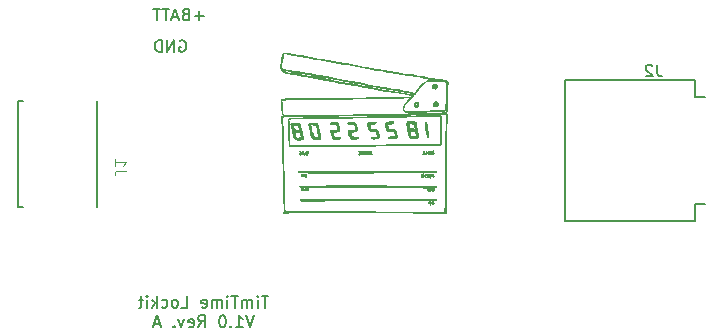
<source format=gbo>
G04 #@! TF.GenerationSoftware,KiCad,Pcbnew,(5.1.6-0-10_14)*
G04 #@! TF.CreationDate,2021-10-17T11:27:40-07:00*
G04 #@! TF.ProjectId,TimTime,54696d54-696d-4652-9e6b-696361645f70,rev?*
G04 #@! TF.SameCoordinates,Original*
G04 #@! TF.FileFunction,Legend,Bot*
G04 #@! TF.FilePolarity,Positive*
%FSLAX46Y46*%
G04 Gerber Fmt 4.6, Leading zero omitted, Abs format (unit mm)*
G04 Created by KiCad (PCBNEW (5.1.6-0-10_14)) date 2021-10-17 11:27:40*
%MOMM*%
%LPD*%
G01*
G04 APERTURE LIST*
%ADD10C,0.150000*%
%ADD11C,0.010000*%
%ADD12C,0.127000*%
%ADD13C,0.200000*%
%ADD14C,0.160000*%
%ADD15C,0.015000*%
%ADD16O,1.408000X2.716000*%
%ADD17O,2.716000X1.408000*%
%ADD18C,1.300000*%
%ADD19C,0.750000*%
%ADD20O,2.316000X1.208000*%
%ADD21R,1.800000X1.800000*%
%ADD22O,1.800000X1.800000*%
%ADD23C,6.500000*%
%ADD24C,0.900000*%
G04 APERTURE END LIST*
D10*
X131484000Y-117499380D02*
X130912571Y-117499380D01*
X131198285Y-118499380D02*
X131198285Y-117499380D01*
X130579238Y-118499380D02*
X130579238Y-117832714D01*
X130579238Y-117499380D02*
X130626857Y-117547000D01*
X130579238Y-117594619D01*
X130531619Y-117547000D01*
X130579238Y-117499380D01*
X130579238Y-117594619D01*
X130103047Y-118499380D02*
X130103047Y-117832714D01*
X130103047Y-117927952D02*
X130055428Y-117880333D01*
X129960190Y-117832714D01*
X129817333Y-117832714D01*
X129722095Y-117880333D01*
X129674476Y-117975571D01*
X129674476Y-118499380D01*
X129674476Y-117975571D02*
X129626857Y-117880333D01*
X129531619Y-117832714D01*
X129388761Y-117832714D01*
X129293523Y-117880333D01*
X129245904Y-117975571D01*
X129245904Y-118499380D01*
X128912571Y-117499380D02*
X128341142Y-117499380D01*
X128626857Y-118499380D02*
X128626857Y-117499380D01*
X128007809Y-118499380D02*
X128007809Y-117832714D01*
X128007809Y-117499380D02*
X128055428Y-117547000D01*
X128007809Y-117594619D01*
X127960190Y-117547000D01*
X128007809Y-117499380D01*
X128007809Y-117594619D01*
X127531619Y-118499380D02*
X127531619Y-117832714D01*
X127531619Y-117927952D02*
X127484000Y-117880333D01*
X127388761Y-117832714D01*
X127245904Y-117832714D01*
X127150666Y-117880333D01*
X127103047Y-117975571D01*
X127103047Y-118499380D01*
X127103047Y-117975571D02*
X127055428Y-117880333D01*
X126960190Y-117832714D01*
X126817333Y-117832714D01*
X126722095Y-117880333D01*
X126674476Y-117975571D01*
X126674476Y-118499380D01*
X125817333Y-118451761D02*
X125912571Y-118499380D01*
X126103047Y-118499380D01*
X126198285Y-118451761D01*
X126245904Y-118356523D01*
X126245904Y-117975571D01*
X126198285Y-117880333D01*
X126103047Y-117832714D01*
X125912571Y-117832714D01*
X125817333Y-117880333D01*
X125769714Y-117975571D01*
X125769714Y-118070809D01*
X126245904Y-118166047D01*
X124103047Y-118499380D02*
X124579238Y-118499380D01*
X124579238Y-117499380D01*
X123626857Y-118499380D02*
X123722095Y-118451761D01*
X123769714Y-118404142D01*
X123817333Y-118308904D01*
X123817333Y-118023190D01*
X123769714Y-117927952D01*
X123722095Y-117880333D01*
X123626857Y-117832714D01*
X123484000Y-117832714D01*
X123388761Y-117880333D01*
X123341142Y-117927952D01*
X123293523Y-118023190D01*
X123293523Y-118308904D01*
X123341142Y-118404142D01*
X123388761Y-118451761D01*
X123484000Y-118499380D01*
X123626857Y-118499380D01*
X122436380Y-118451761D02*
X122531619Y-118499380D01*
X122722095Y-118499380D01*
X122817333Y-118451761D01*
X122864952Y-118404142D01*
X122912571Y-118308904D01*
X122912571Y-118023190D01*
X122864952Y-117927952D01*
X122817333Y-117880333D01*
X122722095Y-117832714D01*
X122531619Y-117832714D01*
X122436380Y-117880333D01*
X122007809Y-118499380D02*
X122007809Y-117499380D01*
X121912571Y-118118428D02*
X121626857Y-118499380D01*
X121626857Y-117832714D02*
X122007809Y-118213666D01*
X121198285Y-118499380D02*
X121198285Y-117832714D01*
X121198285Y-117499380D02*
X121245904Y-117547000D01*
X121198285Y-117594619D01*
X121150666Y-117547000D01*
X121198285Y-117499380D01*
X121198285Y-117594619D01*
X120864952Y-117832714D02*
X120484000Y-117832714D01*
X120722095Y-117499380D02*
X120722095Y-118356523D01*
X120674476Y-118451761D01*
X120579238Y-118499380D01*
X120484000Y-118499380D01*
X130245904Y-119149380D02*
X129912571Y-120149380D01*
X129579238Y-119149380D01*
X128722095Y-120149380D02*
X129293523Y-120149380D01*
X129007809Y-120149380D02*
X129007809Y-119149380D01*
X129103047Y-119292238D01*
X129198285Y-119387476D01*
X129293523Y-119435095D01*
X128293523Y-120054142D02*
X128245904Y-120101761D01*
X128293523Y-120149380D01*
X128341142Y-120101761D01*
X128293523Y-120054142D01*
X128293523Y-120149380D01*
X127626857Y-119149380D02*
X127531619Y-119149380D01*
X127436380Y-119197000D01*
X127388761Y-119244619D01*
X127341142Y-119339857D01*
X127293523Y-119530333D01*
X127293523Y-119768428D01*
X127341142Y-119958904D01*
X127388761Y-120054142D01*
X127436380Y-120101761D01*
X127531619Y-120149380D01*
X127626857Y-120149380D01*
X127722095Y-120101761D01*
X127769714Y-120054142D01*
X127817333Y-119958904D01*
X127864952Y-119768428D01*
X127864952Y-119530333D01*
X127817333Y-119339857D01*
X127769714Y-119244619D01*
X127722095Y-119197000D01*
X127626857Y-119149380D01*
X125531619Y-120149380D02*
X125864952Y-119673190D01*
X126103047Y-120149380D02*
X126103047Y-119149380D01*
X125722095Y-119149380D01*
X125626857Y-119197000D01*
X125579238Y-119244619D01*
X125531619Y-119339857D01*
X125531619Y-119482714D01*
X125579238Y-119577952D01*
X125626857Y-119625571D01*
X125722095Y-119673190D01*
X126103047Y-119673190D01*
X124722095Y-120101761D02*
X124817333Y-120149380D01*
X125007809Y-120149380D01*
X125103047Y-120101761D01*
X125150666Y-120006523D01*
X125150666Y-119625571D01*
X125103047Y-119530333D01*
X125007809Y-119482714D01*
X124817333Y-119482714D01*
X124722095Y-119530333D01*
X124674476Y-119625571D01*
X124674476Y-119720809D01*
X125150666Y-119816047D01*
X124341142Y-119482714D02*
X124103047Y-120149380D01*
X123864952Y-119482714D01*
X123484000Y-120054142D02*
X123436380Y-120101761D01*
X123484000Y-120149380D01*
X123531619Y-120101761D01*
X123484000Y-120054142D01*
X123484000Y-120149380D01*
X122293523Y-119863666D02*
X121817333Y-119863666D01*
X122388761Y-120149380D02*
X122055428Y-119149380D01*
X121722095Y-120149380D01*
X123951904Y-95893000D02*
X124047142Y-95845380D01*
X124190000Y-95845380D01*
X124332857Y-95893000D01*
X124428095Y-95988238D01*
X124475714Y-96083476D01*
X124523333Y-96273952D01*
X124523333Y-96416809D01*
X124475714Y-96607285D01*
X124428095Y-96702523D01*
X124332857Y-96797761D01*
X124190000Y-96845380D01*
X124094761Y-96845380D01*
X123951904Y-96797761D01*
X123904285Y-96750142D01*
X123904285Y-96416809D01*
X124094761Y-96416809D01*
X123475714Y-96845380D02*
X123475714Y-95845380D01*
X122904285Y-96845380D01*
X122904285Y-95845380D01*
X122428095Y-96845380D02*
X122428095Y-95845380D01*
X122190000Y-95845380D01*
X122047142Y-95893000D01*
X121951904Y-95988238D01*
X121904285Y-96083476D01*
X121856666Y-96273952D01*
X121856666Y-96416809D01*
X121904285Y-96607285D01*
X121951904Y-96702523D01*
X122047142Y-96797761D01*
X122190000Y-96845380D01*
X122428095Y-96845380D01*
X126023428Y-93797428D02*
X125261523Y-93797428D01*
X125642476Y-94178380D02*
X125642476Y-93416476D01*
X124452000Y-93654571D02*
X124309142Y-93702190D01*
X124261523Y-93749809D01*
X124213904Y-93845047D01*
X124213904Y-93987904D01*
X124261523Y-94083142D01*
X124309142Y-94130761D01*
X124404380Y-94178380D01*
X124785333Y-94178380D01*
X124785333Y-93178380D01*
X124452000Y-93178380D01*
X124356761Y-93226000D01*
X124309142Y-93273619D01*
X124261523Y-93368857D01*
X124261523Y-93464095D01*
X124309142Y-93559333D01*
X124356761Y-93606952D01*
X124452000Y-93654571D01*
X124785333Y-93654571D01*
X123832952Y-93892666D02*
X123356761Y-93892666D01*
X123928190Y-94178380D02*
X123594857Y-93178380D01*
X123261523Y-94178380D01*
X123071047Y-93178380D02*
X122499619Y-93178380D01*
X122785333Y-94178380D02*
X122785333Y-93178380D01*
X122309142Y-93178380D02*
X121737714Y-93178380D01*
X122023428Y-94178380D02*
X122023428Y-93178380D01*
D11*
G04 #@! TO.C,G\u002A\u002A\u002A*
G36*
X144705709Y-102822172D02*
G01*
X144698375Y-102937649D01*
X144705323Y-103007788D01*
X144732121Y-103182513D01*
X144765912Y-103378518D01*
X144802999Y-103577130D01*
X144839685Y-103759682D01*
X144872272Y-103907502D01*
X144897065Y-104001920D01*
X144906833Y-104025377D01*
X144952922Y-104026353D01*
X144986966Y-103997498D01*
X145013492Y-103914893D01*
X145015601Y-103785828D01*
X144997284Y-103643600D01*
X144962532Y-103521506D01*
X144922289Y-103457788D01*
X144887775Y-103395705D01*
X144906347Y-103357621D01*
X144923415Y-103285733D01*
X144916764Y-103164150D01*
X144892082Y-103022574D01*
X144855057Y-102890705D01*
X144811378Y-102798245D01*
X144795904Y-102780965D01*
X144739786Y-102766020D01*
X144705709Y-102822172D01*
G37*
X144705709Y-102822172D02*
X144698375Y-102937649D01*
X144705323Y-103007788D01*
X144732121Y-103182513D01*
X144765912Y-103378518D01*
X144802999Y-103577130D01*
X144839685Y-103759682D01*
X144872272Y-103907502D01*
X144897065Y-104001920D01*
X144906833Y-104025377D01*
X144952922Y-104026353D01*
X144986966Y-103997498D01*
X145013492Y-103914893D01*
X145015601Y-103785828D01*
X144997284Y-103643600D01*
X144962532Y-103521506D01*
X144922289Y-103457788D01*
X144887775Y-103395705D01*
X144906347Y-103357621D01*
X144923415Y-103285733D01*
X144916764Y-103164150D01*
X144892082Y-103022574D01*
X144855057Y-102890705D01*
X144811378Y-102798245D01*
X144795904Y-102780965D01*
X144739786Y-102766020D01*
X144705709Y-102822172D01*
G36*
X143363939Y-102704420D02*
G01*
X143251958Y-102723263D01*
X143181423Y-102768569D01*
X143147532Y-102851710D01*
X143145485Y-102984060D01*
X143170478Y-103176992D01*
X143215116Y-103427938D01*
X143264422Y-103686504D01*
X143307143Y-103873407D01*
X143351888Y-104000276D01*
X143407269Y-104078740D01*
X143481894Y-104120428D01*
X143584375Y-104136969D01*
X143723321Y-104139993D01*
X143742320Y-104140000D01*
X143908002Y-104137150D01*
X144009664Y-104125272D01*
X144067853Y-104099373D01*
X144103121Y-104054460D01*
X144104443Y-104052015D01*
X144120918Y-104012226D01*
X144129513Y-103959962D01*
X144129110Y-103883524D01*
X144127959Y-103871233D01*
X143946731Y-103871233D01*
X143942125Y-103942573D01*
X143938190Y-103951699D01*
X143877903Y-103969928D01*
X143770949Y-103973573D01*
X143649224Y-103965035D01*
X143544626Y-103946717D01*
X143489052Y-103921020D01*
X143487265Y-103917750D01*
X143471571Y-103842882D01*
X143458592Y-103726052D01*
X143456843Y-103701306D01*
X143455553Y-103594587D01*
X143482622Y-103544883D01*
X143557082Y-103525059D01*
X143582672Y-103521901D01*
X143757079Y-103522562D01*
X143869904Y-103576626D01*
X143929297Y-103689480D01*
X143940528Y-103758358D01*
X143946731Y-103871233D01*
X144127959Y-103871233D01*
X144118592Y-103771212D01*
X144096842Y-103611327D01*
X144062742Y-103392170D01*
X144053896Y-103338208D01*
X143860524Y-103338208D01*
X143626265Y-103330553D01*
X143492303Y-103323932D01*
X143419965Y-103305885D01*
X143386252Y-103262227D01*
X143368168Y-103178775D01*
X143366803Y-103170532D01*
X143344132Y-103018783D01*
X143347468Y-102933695D01*
X143389191Y-102898369D01*
X143481682Y-102895903D01*
X143562917Y-102902819D01*
X143689303Y-102915719D01*
X143774569Y-102926890D01*
X143795568Y-102931701D01*
X143806878Y-102974711D01*
X143823866Y-103074397D01*
X143833247Y-103139199D01*
X143860524Y-103338208D01*
X144053896Y-103338208D01*
X144015177Y-103102041D01*
X144011795Y-103081667D01*
X143978109Y-102929980D01*
X143936020Y-102810462D01*
X143899292Y-102753583D01*
X143818757Y-102724573D01*
X143675360Y-102705999D01*
X143522168Y-102700667D01*
X143363939Y-102704420D01*
G37*
X143363939Y-102704420D02*
X143251958Y-102723263D01*
X143181423Y-102768569D01*
X143147532Y-102851710D01*
X143145485Y-102984060D01*
X143170478Y-103176992D01*
X143215116Y-103427938D01*
X143264422Y-103686504D01*
X143307143Y-103873407D01*
X143351888Y-104000276D01*
X143407269Y-104078740D01*
X143481894Y-104120428D01*
X143584375Y-104136969D01*
X143723321Y-104139993D01*
X143742320Y-104140000D01*
X143908002Y-104137150D01*
X144009664Y-104125272D01*
X144067853Y-104099373D01*
X144103121Y-104054460D01*
X144104443Y-104052015D01*
X144120918Y-104012226D01*
X144129513Y-103959962D01*
X144129110Y-103883524D01*
X144127959Y-103871233D01*
X143946731Y-103871233D01*
X143942125Y-103942573D01*
X143938190Y-103951699D01*
X143877903Y-103969928D01*
X143770949Y-103973573D01*
X143649224Y-103965035D01*
X143544626Y-103946717D01*
X143489052Y-103921020D01*
X143487265Y-103917750D01*
X143471571Y-103842882D01*
X143458592Y-103726052D01*
X143456843Y-103701306D01*
X143455553Y-103594587D01*
X143482622Y-103544883D01*
X143557082Y-103525059D01*
X143582672Y-103521901D01*
X143757079Y-103522562D01*
X143869904Y-103576626D01*
X143929297Y-103689480D01*
X143940528Y-103758358D01*
X143946731Y-103871233D01*
X144127959Y-103871233D01*
X144118592Y-103771212D01*
X144096842Y-103611327D01*
X144062742Y-103392170D01*
X144053896Y-103338208D01*
X143860524Y-103338208D01*
X143626265Y-103330553D01*
X143492303Y-103323932D01*
X143419965Y-103305885D01*
X143386252Y-103262227D01*
X143368168Y-103178775D01*
X143366803Y-103170532D01*
X143344132Y-103018783D01*
X143347468Y-102933695D01*
X143389191Y-102898369D01*
X143481682Y-102895903D01*
X143562917Y-102902819D01*
X143689303Y-102915719D01*
X143774569Y-102926890D01*
X143795568Y-102931701D01*
X143806878Y-102974711D01*
X143823866Y-103074397D01*
X143833247Y-103139199D01*
X143860524Y-103338208D01*
X144053896Y-103338208D01*
X144015177Y-103102041D01*
X144011795Y-103081667D01*
X143978109Y-102929980D01*
X143936020Y-102810462D01*
X143899292Y-102753583D01*
X143818757Y-102724573D01*
X143675360Y-102705999D01*
X143522168Y-102700667D01*
X143363939Y-102704420D01*
G36*
X140135081Y-102762110D02*
G01*
X140003926Y-102782351D01*
X139909640Y-102814478D01*
X139906710Y-102816162D01*
X139829416Y-102875931D01*
X139815992Y-102944020D01*
X139828336Y-102992907D01*
X139855587Y-103103845D01*
X139882049Y-103249465D01*
X139889352Y-103299824D01*
X139915054Y-103417957D01*
X139965033Y-103494332D01*
X140055458Y-103538216D01*
X140202501Y-103558876D01*
X140351310Y-103564550D01*
X140473132Y-103572298D01*
X140548757Y-103601838D01*
X140595263Y-103671243D01*
X140629727Y-103798586D01*
X140645051Y-103875417D01*
X140671550Y-104013000D01*
X140448242Y-104013000D01*
X140271806Y-104029375D01*
X140160863Y-104076292D01*
X140123334Y-104148467D01*
X140161341Y-104168780D01*
X140259180Y-104179992D01*
X140392574Y-104182717D01*
X140537247Y-104177570D01*
X140668923Y-104165164D01*
X140763325Y-104146116D01*
X140792200Y-104131533D01*
X140831723Y-104060072D01*
X140839256Y-103946790D01*
X140814838Y-103776750D01*
X140793396Y-103677563D01*
X140753539Y-103548773D01*
X140709300Y-103473810D01*
X140687563Y-103462667D01*
X140636061Y-103437276D01*
X140631334Y-103420333D01*
X140592455Y-103398211D01*
X140489464Y-103383066D01*
X140356167Y-103378000D01*
X140190203Y-103371554D01*
X140101103Y-103351338D01*
X140080535Y-103325083D01*
X140073671Y-103250520D01*
X140057384Y-103135385D01*
X140053829Y-103113417D01*
X140027589Y-102954667D01*
X140236328Y-102954667D01*
X140411949Y-102936316D01*
X140516518Y-102882504D01*
X140546667Y-102806944D01*
X140508900Y-102776172D01*
X140411655Y-102758673D01*
X140279020Y-102754102D01*
X140135081Y-102762110D01*
G37*
X140135081Y-102762110D02*
X140003926Y-102782351D01*
X139909640Y-102814478D01*
X139906710Y-102816162D01*
X139829416Y-102875931D01*
X139815992Y-102944020D01*
X139828336Y-102992907D01*
X139855587Y-103103845D01*
X139882049Y-103249465D01*
X139889352Y-103299824D01*
X139915054Y-103417957D01*
X139965033Y-103494332D01*
X140055458Y-103538216D01*
X140202501Y-103558876D01*
X140351310Y-103564550D01*
X140473132Y-103572298D01*
X140548757Y-103601838D01*
X140595263Y-103671243D01*
X140629727Y-103798586D01*
X140645051Y-103875417D01*
X140671550Y-104013000D01*
X140448242Y-104013000D01*
X140271806Y-104029375D01*
X140160863Y-104076292D01*
X140123334Y-104148467D01*
X140161341Y-104168780D01*
X140259180Y-104179992D01*
X140392574Y-104182717D01*
X140537247Y-104177570D01*
X140668923Y-104165164D01*
X140763325Y-104146116D01*
X140792200Y-104131533D01*
X140831723Y-104060072D01*
X140839256Y-103946790D01*
X140814838Y-103776750D01*
X140793396Y-103677563D01*
X140753539Y-103548773D01*
X140709300Y-103473810D01*
X140687563Y-103462667D01*
X140636061Y-103437276D01*
X140631334Y-103420333D01*
X140592455Y-103398211D01*
X140489464Y-103383066D01*
X140356167Y-103378000D01*
X140190203Y-103371554D01*
X140101103Y-103351338D01*
X140080535Y-103325083D01*
X140073671Y-103250520D01*
X140057384Y-103135385D01*
X140053829Y-103113417D01*
X140027589Y-102954667D01*
X140236328Y-102954667D01*
X140411949Y-102936316D01*
X140516518Y-102882504D01*
X140546667Y-102806944D01*
X140508900Y-102776172D01*
X140411655Y-102758673D01*
X140279020Y-102754102D01*
X140135081Y-102762110D01*
G36*
X141725951Y-102738163D02*
G01*
X141579859Y-102754812D01*
X141461220Y-102778554D01*
X141399249Y-102805531D01*
X141367557Y-102863754D01*
X141359402Y-102966242D01*
X141372202Y-103124298D01*
X141406219Y-103319644D01*
X141464141Y-103445098D01*
X141561628Y-103515034D01*
X141714341Y-103543824D01*
X141833123Y-103547333D01*
X142103578Y-103547333D01*
X142131713Y-103706083D01*
X142156105Y-103831229D01*
X142178935Y-103929454D01*
X142181486Y-103938524D01*
X142183764Y-103980660D01*
X142146534Y-104000922D01*
X142052044Y-104004743D01*
X141974085Y-104002024D01*
X141814800Y-104008799D01*
X141694589Y-104040225D01*
X141628859Y-104089770D01*
X141630844Y-104147566D01*
X141684300Y-104167249D01*
X141795715Y-104175708D01*
X141939297Y-104174149D01*
X142089253Y-104163776D01*
X142219792Y-104145793D01*
X142305122Y-104121405D01*
X142314825Y-104115626D01*
X142345591Y-104081041D01*
X142356704Y-104023337D01*
X142348591Y-103922544D01*
X142322355Y-103762486D01*
X142283725Y-103584556D01*
X142232595Y-103471784D01*
X142150625Y-103409530D01*
X142019478Y-103383157D01*
X141840688Y-103378000D01*
X141616220Y-103378000D01*
X141574527Y-103167138D01*
X141554675Y-103042720D01*
X141549716Y-102956258D01*
X141554806Y-102934305D01*
X141606667Y-102921312D01*
X141713094Y-102913427D01*
X141776206Y-102912333D01*
X141910784Y-102897323D01*
X142013284Y-102859006D01*
X142066242Y-102807457D01*
X142052451Y-102753006D01*
X141989896Y-102735037D01*
X141871846Y-102730831D01*
X141725951Y-102738163D01*
G37*
X141725951Y-102738163D02*
X141579859Y-102754812D01*
X141461220Y-102778554D01*
X141399249Y-102805531D01*
X141367557Y-102863754D01*
X141359402Y-102966242D01*
X141372202Y-103124298D01*
X141406219Y-103319644D01*
X141464141Y-103445098D01*
X141561628Y-103515034D01*
X141714341Y-103543824D01*
X141833123Y-103547333D01*
X142103578Y-103547333D01*
X142131713Y-103706083D01*
X142156105Y-103831229D01*
X142178935Y-103929454D01*
X142181486Y-103938524D01*
X142183764Y-103980660D01*
X142146534Y-104000922D01*
X142052044Y-104004743D01*
X141974085Y-104002024D01*
X141814800Y-104008799D01*
X141694589Y-104040225D01*
X141628859Y-104089770D01*
X141630844Y-104147566D01*
X141684300Y-104167249D01*
X141795715Y-104175708D01*
X141939297Y-104174149D01*
X142089253Y-104163776D01*
X142219792Y-104145793D01*
X142305122Y-104121405D01*
X142314825Y-104115626D01*
X142345591Y-104081041D01*
X142356704Y-104023337D01*
X142348591Y-103922544D01*
X142322355Y-103762486D01*
X142283725Y-103584556D01*
X142232595Y-103471784D01*
X142150625Y-103409530D01*
X142019478Y-103383157D01*
X141840688Y-103378000D01*
X141616220Y-103378000D01*
X141574527Y-103167138D01*
X141554675Y-103042720D01*
X141549716Y-102956258D01*
X141554806Y-102934305D01*
X141606667Y-102921312D01*
X141713094Y-102913427D01*
X141776206Y-102912333D01*
X141910784Y-102897323D01*
X142013284Y-102859006D01*
X142066242Y-102807457D01*
X142052451Y-102753006D01*
X141989896Y-102735037D01*
X141871846Y-102730831D01*
X141725951Y-102738163D01*
G36*
X134940815Y-102850623D02*
G01*
X134872957Y-102899481D01*
X134854183Y-102992650D01*
X134872742Y-103142429D01*
X134890719Y-103234410D01*
X134959534Y-103548522D01*
X135026189Y-103807371D01*
X135088171Y-104002433D01*
X135142966Y-104125181D01*
X135160932Y-104150583D01*
X135243363Y-104195001D01*
X135377995Y-104221379D01*
X135535870Y-104229360D01*
X135688030Y-104218588D01*
X135805518Y-104188706D01*
X135849414Y-104159061D01*
X135867925Y-104120040D01*
X135872170Y-104054942D01*
X135861669Y-103961765D01*
X135662445Y-103961765D01*
X135654042Y-103998988D01*
X135633471Y-104015524D01*
X135605540Y-104022967D01*
X135453916Y-104036431D01*
X135328310Y-104011528D01*
X135254319Y-103953903D01*
X135249918Y-103944537D01*
X135223808Y-103838192D01*
X135215643Y-103756883D01*
X135193562Y-103653139D01*
X135159750Y-103596031D01*
X135113946Y-103511913D01*
X135101770Y-103449981D01*
X135091154Y-103349362D01*
X135070966Y-103213711D01*
X135064224Y-103174503D01*
X135031741Y-102992173D01*
X135486829Y-103018167D01*
X135555787Y-103356833D01*
X135605354Y-103601389D01*
X135639032Y-103775424D01*
X135657753Y-103891397D01*
X135662445Y-103961765D01*
X135861669Y-103961765D01*
X135860461Y-103951054D01*
X135831109Y-103795665D01*
X135782425Y-103576061D01*
X135758040Y-103471145D01*
X135612219Y-102848833D01*
X135270793Y-102836643D01*
X135069509Y-102833777D01*
X134940815Y-102850623D01*
G37*
X134940815Y-102850623D02*
X134872957Y-102899481D01*
X134854183Y-102992650D01*
X134872742Y-103142429D01*
X134890719Y-103234410D01*
X134959534Y-103548522D01*
X135026189Y-103807371D01*
X135088171Y-104002433D01*
X135142966Y-104125181D01*
X135160932Y-104150583D01*
X135243363Y-104195001D01*
X135377995Y-104221379D01*
X135535870Y-104229360D01*
X135688030Y-104218588D01*
X135805518Y-104188706D01*
X135849414Y-104159061D01*
X135867925Y-104120040D01*
X135872170Y-104054942D01*
X135861669Y-103961765D01*
X135662445Y-103961765D01*
X135654042Y-103998988D01*
X135633471Y-104015524D01*
X135605540Y-104022967D01*
X135453916Y-104036431D01*
X135328310Y-104011528D01*
X135254319Y-103953903D01*
X135249918Y-103944537D01*
X135223808Y-103838192D01*
X135215643Y-103756883D01*
X135193562Y-103653139D01*
X135159750Y-103596031D01*
X135113946Y-103511913D01*
X135101770Y-103449981D01*
X135091154Y-103349362D01*
X135070966Y-103213711D01*
X135064224Y-103174503D01*
X135031741Y-102992173D01*
X135486829Y-103018167D01*
X135555787Y-103356833D01*
X135605354Y-103601389D01*
X135639032Y-103775424D01*
X135657753Y-103891397D01*
X135662445Y-103961765D01*
X135861669Y-103961765D01*
X135860461Y-103951054D01*
X135831109Y-103795665D01*
X135782425Y-103576061D01*
X135758040Y-103471145D01*
X135612219Y-102848833D01*
X135270793Y-102836643D01*
X135069509Y-102833777D01*
X134940815Y-102850623D01*
G36*
X136896314Y-102795350D02*
G01*
X136748993Y-102823296D01*
X136665854Y-102866016D01*
X136652000Y-102896458D01*
X136661181Y-102931313D01*
X136699744Y-102951231D01*
X136784216Y-102959044D01*
X136931128Y-102957582D01*
X136996953Y-102955518D01*
X137117711Y-102958370D01*
X137198224Y-102973235D01*
X137213809Y-102983506D01*
X137231342Y-103043112D01*
X137252930Y-103154766D01*
X137263034Y-103219250D01*
X137292188Y-103420333D01*
X137067344Y-103421680D01*
X136929679Y-103433727D01*
X136810736Y-103463136D01*
X136730435Y-103502331D01*
X136708692Y-103543733D01*
X136716322Y-103555210D01*
X136734397Y-103604824D01*
X136760261Y-103712526D01*
X136782872Y-103826191D01*
X136826258Y-104013746D01*
X136884400Y-104131967D01*
X136974272Y-104196155D01*
X137112849Y-104221615D01*
X137224878Y-104224667D01*
X137412451Y-104213554D01*
X137520310Y-104179958D01*
X137538550Y-104164119D01*
X137555103Y-104101735D01*
X137502073Y-104053946D01*
X137394089Y-104026573D01*
X137245778Y-104025439D01*
X137202052Y-104030208D01*
X137001975Y-104056749D01*
X136975620Y-103897291D01*
X136952272Y-103739862D01*
X136953835Y-103648092D01*
X136990459Y-103604267D01*
X137072295Y-103590677D01*
X137151909Y-103589667D01*
X137289405Y-103578581D01*
X137400288Y-103550587D01*
X137430519Y-103534800D01*
X137469594Y-103497539D01*
X137485239Y-103445690D01*
X137478925Y-103356659D01*
X137452127Y-103207852D01*
X137451904Y-103206717D01*
X137404853Y-103010495D01*
X137348444Y-102884713D01*
X137270672Y-102815189D01*
X137159530Y-102787739D01*
X137095231Y-102785333D01*
X136896314Y-102795350D01*
G37*
X136896314Y-102795350D02*
X136748993Y-102823296D01*
X136665854Y-102866016D01*
X136652000Y-102896458D01*
X136661181Y-102931313D01*
X136699744Y-102951231D01*
X136784216Y-102959044D01*
X136931128Y-102957582D01*
X136996953Y-102955518D01*
X137117711Y-102958370D01*
X137198224Y-102973235D01*
X137213809Y-102983506D01*
X137231342Y-103043112D01*
X137252930Y-103154766D01*
X137263034Y-103219250D01*
X137292188Y-103420333D01*
X137067344Y-103421680D01*
X136929679Y-103433727D01*
X136810736Y-103463136D01*
X136730435Y-103502331D01*
X136708692Y-103543733D01*
X136716322Y-103555210D01*
X136734397Y-103604824D01*
X136760261Y-103712526D01*
X136782872Y-103826191D01*
X136826258Y-104013746D01*
X136884400Y-104131967D01*
X136974272Y-104196155D01*
X137112849Y-104221615D01*
X137224878Y-104224667D01*
X137412451Y-104213554D01*
X137520310Y-104179958D01*
X137538550Y-104164119D01*
X137555103Y-104101735D01*
X137502073Y-104053946D01*
X137394089Y-104026573D01*
X137245778Y-104025439D01*
X137202052Y-104030208D01*
X137001975Y-104056749D01*
X136975620Y-103897291D01*
X136952272Y-103739862D01*
X136953835Y-103648092D01*
X136990459Y-103604267D01*
X137072295Y-103590677D01*
X137151909Y-103589667D01*
X137289405Y-103578581D01*
X137400288Y-103550587D01*
X137430519Y-103534800D01*
X137469594Y-103497539D01*
X137485239Y-103445690D01*
X137478925Y-103356659D01*
X137452127Y-103207852D01*
X137451904Y-103206717D01*
X137404853Y-103010495D01*
X137348444Y-102884713D01*
X137270672Y-102815189D01*
X137159530Y-102787739D01*
X137095231Y-102785333D01*
X136896314Y-102795350D01*
G36*
X138319481Y-102792865D02*
G01*
X138211254Y-102813209D01*
X138162280Y-102844694D01*
X138152755Y-102899839D01*
X138185241Y-102933147D01*
X138273321Y-102949710D01*
X138430581Y-102954619D01*
X138455724Y-102954667D01*
X138596730Y-102959342D01*
X138699814Y-102971526D01*
X138739608Y-102986417D01*
X138755953Y-103043995D01*
X138776921Y-103154600D01*
X138787652Y-103223370D01*
X138817424Y-103428574D01*
X138591962Y-103419606D01*
X138382223Y-103422959D01*
X138251728Y-103453128D01*
X138199293Y-103510479D01*
X138199767Y-103540401D01*
X138251449Y-103789823D01*
X138298786Y-103967490D01*
X138351803Y-104085084D01*
X138420523Y-104154290D01*
X138514972Y-104186788D01*
X138645176Y-104194263D01*
X138758084Y-104191062D01*
X138907023Y-104181835D01*
X139016110Y-104168996D01*
X139064305Y-104155125D01*
X139065000Y-104153395D01*
X139026272Y-104094576D01*
X138924399Y-104046942D01*
X138780851Y-104018669D01*
X138699875Y-104014346D01*
X138571620Y-104010286D01*
X138503675Y-103991264D01*
X138471696Y-103943915D01*
X138456459Y-103880708D01*
X138430765Y-103729112D01*
X138436226Y-103641882D01*
X138482865Y-103601395D01*
X138580703Y-103590031D01*
X138621990Y-103589667D01*
X138754268Y-103575215D01*
X138876722Y-103538445D01*
X138967573Y-103489233D01*
X139005044Y-103437457D01*
X139000153Y-103418152D01*
X138981139Y-103360003D01*
X138954550Y-103246167D01*
X138933271Y-103138961D01*
X138897095Y-102996829D01*
X138850985Y-102885612D01*
X138817838Y-102841524D01*
X138735595Y-102809602D01*
X138607733Y-102790935D01*
X138460334Y-102785398D01*
X138319481Y-102792865D01*
G37*
X138319481Y-102792865D02*
X138211254Y-102813209D01*
X138162280Y-102844694D01*
X138152755Y-102899839D01*
X138185241Y-102933147D01*
X138273321Y-102949710D01*
X138430581Y-102954619D01*
X138455724Y-102954667D01*
X138596730Y-102959342D01*
X138699814Y-102971526D01*
X138739608Y-102986417D01*
X138755953Y-103043995D01*
X138776921Y-103154600D01*
X138787652Y-103223370D01*
X138817424Y-103428574D01*
X138591962Y-103419606D01*
X138382223Y-103422959D01*
X138251728Y-103453128D01*
X138199293Y-103510479D01*
X138199767Y-103540401D01*
X138251449Y-103789823D01*
X138298786Y-103967490D01*
X138351803Y-104085084D01*
X138420523Y-104154290D01*
X138514972Y-104186788D01*
X138645176Y-104194263D01*
X138758084Y-104191062D01*
X138907023Y-104181835D01*
X139016110Y-104168996D01*
X139064305Y-104155125D01*
X139065000Y-104153395D01*
X139026272Y-104094576D01*
X138924399Y-104046942D01*
X138780851Y-104018669D01*
X138699875Y-104014346D01*
X138571620Y-104010286D01*
X138503675Y-103991264D01*
X138471696Y-103943915D01*
X138456459Y-103880708D01*
X138430765Y-103729112D01*
X138436226Y-103641882D01*
X138482865Y-103601395D01*
X138580703Y-103590031D01*
X138621990Y-103589667D01*
X138754268Y-103575215D01*
X138876722Y-103538445D01*
X138967573Y-103489233D01*
X139005044Y-103437457D01*
X139000153Y-103418152D01*
X138981139Y-103360003D01*
X138954550Y-103246167D01*
X138933271Y-103138961D01*
X138897095Y-102996829D01*
X138850985Y-102885612D01*
X138817838Y-102841524D01*
X138735595Y-102809602D01*
X138607733Y-102790935D01*
X138460334Y-102785398D01*
X138319481Y-102792865D01*
G36*
X133555544Y-102834642D02*
G01*
X133430945Y-102849869D01*
X133362319Y-102877628D01*
X133361011Y-102879130D01*
X133343777Y-102944560D01*
X133358000Y-103067647D01*
X133396770Y-103229833D01*
X133450970Y-103437728D01*
X133508341Y-103668133D01*
X133545096Y-103822500D01*
X133596197Y-104020054D01*
X133651128Y-104148592D01*
X133726567Y-104222784D01*
X133839194Y-104257299D01*
X134005687Y-104266807D01*
X134050472Y-104267000D01*
X134210046Y-104264834D01*
X134304533Y-104254576D01*
X134353474Y-104230588D01*
X134376415Y-104187231D01*
X134380617Y-104171750D01*
X134386206Y-104069102D01*
X134384430Y-104054652D01*
X134208113Y-104054652D01*
X134203492Y-104076731D01*
X134152253Y-104089158D01*
X134046440Y-104096660D01*
X133985077Y-104097667D01*
X133787598Y-104097667D01*
X133741744Y-103897281D01*
X133718732Y-103773872D01*
X133711922Y-103686029D01*
X133715943Y-103664448D01*
X133766538Y-103645337D01*
X133872172Y-103633678D01*
X133936806Y-103632000D01*
X134137614Y-103632000D01*
X134181021Y-103843898D01*
X134201987Y-103968314D01*
X134208113Y-104054652D01*
X134384430Y-104054652D01*
X134369856Y-103936088D01*
X134363496Y-103907167D01*
X134336209Y-103789097D01*
X134298134Y-103617789D01*
X134255823Y-103422878D01*
X134251254Y-103401476D01*
X134060280Y-103401476D01*
X134037276Y-103452621D01*
X133965864Y-103465255D01*
X133831470Y-103446501D01*
X133779878Y-103436459D01*
X133682532Y-103398068D01*
X133630601Y-103342091D01*
X133630355Y-103341209D01*
X133591193Y-103189398D01*
X133580386Y-103100986D01*
X133605556Y-103057281D01*
X133674322Y-103039593D01*
X133756273Y-103032381D01*
X133883372Y-103030238D01*
X133961849Y-103060048D01*
X134009788Y-103138608D01*
X134045271Y-103282712D01*
X134049454Y-103304696D01*
X134060280Y-103401476D01*
X134251254Y-103401476D01*
X134238153Y-103340111D01*
X134187376Y-103131907D01*
X134136504Y-102979860D01*
X134089991Y-102896868D01*
X134082915Y-102890611D01*
X133999801Y-102859931D01*
X133866510Y-102840095D01*
X133709578Y-102831525D01*
X133555544Y-102834642D01*
G37*
X133555544Y-102834642D02*
X133430945Y-102849869D01*
X133362319Y-102877628D01*
X133361011Y-102879130D01*
X133343777Y-102944560D01*
X133358000Y-103067647D01*
X133396770Y-103229833D01*
X133450970Y-103437728D01*
X133508341Y-103668133D01*
X133545096Y-103822500D01*
X133596197Y-104020054D01*
X133651128Y-104148592D01*
X133726567Y-104222784D01*
X133839194Y-104257299D01*
X134005687Y-104266807D01*
X134050472Y-104267000D01*
X134210046Y-104264834D01*
X134304533Y-104254576D01*
X134353474Y-104230588D01*
X134376415Y-104187231D01*
X134380617Y-104171750D01*
X134386206Y-104069102D01*
X134384430Y-104054652D01*
X134208113Y-104054652D01*
X134203492Y-104076731D01*
X134152253Y-104089158D01*
X134046440Y-104096660D01*
X133985077Y-104097667D01*
X133787598Y-104097667D01*
X133741744Y-103897281D01*
X133718732Y-103773872D01*
X133711922Y-103686029D01*
X133715943Y-103664448D01*
X133766538Y-103645337D01*
X133872172Y-103633678D01*
X133936806Y-103632000D01*
X134137614Y-103632000D01*
X134181021Y-103843898D01*
X134201987Y-103968314D01*
X134208113Y-104054652D01*
X134384430Y-104054652D01*
X134369856Y-103936088D01*
X134363496Y-103907167D01*
X134336209Y-103789097D01*
X134298134Y-103617789D01*
X134255823Y-103422878D01*
X134251254Y-103401476D01*
X134060280Y-103401476D01*
X134037276Y-103452621D01*
X133965864Y-103465255D01*
X133831470Y-103446501D01*
X133779878Y-103436459D01*
X133682532Y-103398068D01*
X133630601Y-103342091D01*
X133630355Y-103341209D01*
X133591193Y-103189398D01*
X133580386Y-103100986D01*
X133605556Y-103057281D01*
X133674322Y-103039593D01*
X133756273Y-103032381D01*
X133883372Y-103030238D01*
X133961849Y-103060048D01*
X134009788Y-103138608D01*
X134045271Y-103282712D01*
X134049454Y-103304696D01*
X134060280Y-103401476D01*
X134251254Y-103401476D01*
X134238153Y-103340111D01*
X134187376Y-103131907D01*
X134136504Y-102979860D01*
X134089991Y-102896868D01*
X134082915Y-102890611D01*
X133999801Y-102859931D01*
X133866510Y-102840095D01*
X133709578Y-102831525D01*
X133555544Y-102834642D01*
G36*
X145449248Y-99563595D02*
G01*
X145363610Y-99660335D01*
X145330334Y-99789442D01*
X145366324Y-99886891D01*
X145457210Y-99947570D01*
X145577363Y-99960870D01*
X145674299Y-99931842D01*
X145750940Y-99853767D01*
X145764423Y-99780232D01*
X145626667Y-99780232D01*
X145603033Y-99836389D01*
X145546919Y-99835552D01*
X145487131Y-99788937D01*
X145487590Y-99736611D01*
X145528392Y-99683276D01*
X145584109Y-99690582D01*
X145622943Y-99748555D01*
X145626667Y-99780232D01*
X145764423Y-99780232D01*
X145770444Y-99747400D01*
X145740030Y-99639463D01*
X145666918Y-99556678D01*
X145564545Y-99525667D01*
X145449248Y-99563595D01*
G37*
X145449248Y-99563595D02*
X145363610Y-99660335D01*
X145330334Y-99789442D01*
X145366324Y-99886891D01*
X145457210Y-99947570D01*
X145577363Y-99960870D01*
X145674299Y-99931842D01*
X145750940Y-99853767D01*
X145764423Y-99780232D01*
X145626667Y-99780232D01*
X145603033Y-99836389D01*
X145546919Y-99835552D01*
X145487131Y-99788937D01*
X145487590Y-99736611D01*
X145528392Y-99683276D01*
X145584109Y-99690582D01*
X145622943Y-99748555D01*
X145626667Y-99780232D01*
X145764423Y-99780232D01*
X145770444Y-99747400D01*
X145740030Y-99639463D01*
X145666918Y-99556678D01*
X145564545Y-99525667D01*
X145449248Y-99563595D01*
G36*
X145494376Y-101053052D02*
G01*
X145416041Y-101156698D01*
X145390537Y-101242854D01*
X145380995Y-101364891D01*
X145412998Y-101429710D01*
X145420003Y-101434654D01*
X145532936Y-101467598D01*
X145670483Y-101460547D01*
X145764250Y-101427276D01*
X145828315Y-101347691D01*
X145834833Y-101266677D01*
X145692716Y-101266677D01*
X145661603Y-101318143D01*
X145661099Y-101318683D01*
X145609546Y-101354035D01*
X145562194Y-101316734D01*
X145556082Y-101308606D01*
X145530846Y-101246044D01*
X145546356Y-101225590D01*
X145618770Y-101226284D01*
X145651373Y-101235667D01*
X145692716Y-101266677D01*
X145834833Y-101266677D01*
X145837180Y-101237509D01*
X145793721Y-101127743D01*
X145730766Y-101065804D01*
X145603575Y-101020521D01*
X145494376Y-101053052D01*
G37*
X145494376Y-101053052D02*
X145416041Y-101156698D01*
X145390537Y-101242854D01*
X145380995Y-101364891D01*
X145412998Y-101429710D01*
X145420003Y-101434654D01*
X145532936Y-101467598D01*
X145670483Y-101460547D01*
X145764250Y-101427276D01*
X145828315Y-101347691D01*
X145834833Y-101266677D01*
X145692716Y-101266677D01*
X145661603Y-101318143D01*
X145661099Y-101318683D01*
X145609546Y-101354035D01*
X145562194Y-101316734D01*
X145556082Y-101308606D01*
X145530846Y-101246044D01*
X145546356Y-101225590D01*
X145618770Y-101226284D01*
X145651373Y-101235667D01*
X145692716Y-101266677D01*
X145834833Y-101266677D01*
X145837180Y-101237509D01*
X145793721Y-101127743D01*
X145730766Y-101065804D01*
X145603575Y-101020521D01*
X145494376Y-101053052D01*
G36*
X143883419Y-101073531D02*
G01*
X143802457Y-101153600D01*
X143771500Y-101256897D01*
X143772308Y-101377692D01*
X143817701Y-101444913D01*
X143927005Y-101485391D01*
X143937976Y-101488016D01*
X144053908Y-101484342D01*
X144117892Y-101437232D01*
X144181027Y-101315262D01*
X144171024Y-101247725D01*
X144029724Y-101247725D01*
X144022418Y-101303442D01*
X143964445Y-101342276D01*
X143932768Y-101346000D01*
X143876611Y-101322366D01*
X143877448Y-101266251D01*
X143924064Y-101206464D01*
X143976389Y-101206923D01*
X144029724Y-101247725D01*
X144171024Y-101247725D01*
X144162646Y-101191171D01*
X144101385Y-101112006D01*
X143990524Y-101056389D01*
X143883419Y-101073531D01*
G37*
X143883419Y-101073531D02*
X143802457Y-101153600D01*
X143771500Y-101256897D01*
X143772308Y-101377692D01*
X143817701Y-101444913D01*
X143927005Y-101485391D01*
X143937976Y-101488016D01*
X144053908Y-101484342D01*
X144117892Y-101437232D01*
X144181027Y-101315262D01*
X144171024Y-101247725D01*
X144029724Y-101247725D01*
X144022418Y-101303442D01*
X143964445Y-101342276D01*
X143932768Y-101346000D01*
X143876611Y-101322366D01*
X143877448Y-101266251D01*
X143924064Y-101206464D01*
X143976389Y-101206923D01*
X144029724Y-101247725D01*
X144171024Y-101247725D01*
X144162646Y-101191171D01*
X144101385Y-101112006D01*
X143990524Y-101056389D01*
X143883419Y-101073531D01*
G36*
X145234049Y-102203841D02*
G01*
X145078314Y-102208724D01*
X144834736Y-102216116D01*
X144523431Y-102224124D01*
X144161331Y-102232393D01*
X143765370Y-102240569D01*
X143352481Y-102248296D01*
X142939597Y-102255219D01*
X142663334Y-102259345D01*
X142266884Y-102265159D01*
X141864448Y-102271475D01*
X141471798Y-102278014D01*
X141104703Y-102284502D01*
X140778937Y-102290661D01*
X140510269Y-102296214D01*
X140356167Y-102299805D01*
X139212388Y-102326233D01*
X137994404Y-102349952D01*
X136712636Y-102370776D01*
X135377508Y-102388520D01*
X135343246Y-102388926D01*
X134945670Y-102394244D01*
X134568930Y-102400470D01*
X134222604Y-102407360D01*
X133916270Y-102414672D01*
X133659506Y-102422161D01*
X133461890Y-102429584D01*
X133332999Y-102436698D01*
X133290080Y-102441131D01*
X133180754Y-102465165D01*
X133132767Y-102502229D01*
X133123531Y-102576529D01*
X133125375Y-102617645D01*
X133129099Y-102700799D01*
X133135095Y-102854686D01*
X133142860Y-103065415D01*
X133151887Y-103319099D01*
X133161670Y-103601848D01*
X133167709Y-103780167D01*
X133201834Y-104796167D01*
X133392334Y-104826375D01*
X133468069Y-104831976D01*
X133611987Y-104836819D01*
X133812194Y-104840886D01*
X134056798Y-104844161D01*
X134333906Y-104846627D01*
X134631626Y-104848267D01*
X134938065Y-104849065D01*
X135241331Y-104849002D01*
X135529531Y-104848064D01*
X135790773Y-104846232D01*
X136013164Y-104843491D01*
X136184811Y-104839823D01*
X136293823Y-104835211D01*
X136328365Y-104830524D01*
X136374384Y-104826176D01*
X136502301Y-104821449D01*
X136709349Y-104816376D01*
X136992760Y-104810993D01*
X137349768Y-104805332D01*
X137777606Y-104799428D01*
X138273504Y-104793315D01*
X138834698Y-104787026D01*
X139458418Y-104780597D01*
X140141898Y-104774061D01*
X140882370Y-104767453D01*
X141677068Y-104760805D01*
X142523223Y-104754152D01*
X142557500Y-104753891D01*
X143089689Y-104749626D01*
X143597929Y-104745134D01*
X144075787Y-104740498D01*
X144516831Y-104735798D01*
X144914627Y-104731118D01*
X145262743Y-104726538D01*
X145554746Y-104722141D01*
X145784203Y-104718009D01*
X145944682Y-104714223D01*
X146029749Y-104710866D01*
X146041617Y-104709550D01*
X146058133Y-104688046D01*
X146070830Y-104630493D01*
X146080001Y-104528929D01*
X146085941Y-104375392D01*
X146088944Y-104161921D01*
X146089034Y-104091449D01*
X146016907Y-104091449D01*
X146016364Y-104282027D01*
X146014356Y-104415167D01*
X146007619Y-104669167D01*
X142779726Y-104681088D01*
X142217979Y-104683572D01*
X141646185Y-104686867D01*
X141075319Y-104690865D01*
X140516356Y-104695457D01*
X139980272Y-104700534D01*
X139478040Y-104705988D01*
X139020636Y-104711710D01*
X138619035Y-104717592D01*
X138284212Y-104723526D01*
X138112500Y-104727241D01*
X137717116Y-104735343D01*
X137259487Y-104742531D01*
X136762032Y-104748590D01*
X136247172Y-104753303D01*
X135737326Y-104756453D01*
X135254912Y-104757825D01*
X134964000Y-104757653D01*
X133254833Y-104753833D01*
X133240051Y-103928333D01*
X133234068Y-103648047D01*
X133226490Y-103374403D01*
X133217996Y-103127316D01*
X133209263Y-102926699D01*
X133201620Y-102800517D01*
X133177970Y-102498202D01*
X133549735Y-102475126D01*
X133711188Y-102467829D01*
X133936531Y-102461421D01*
X134204992Y-102456296D01*
X134495794Y-102452852D01*
X134788165Y-102451485D01*
X134789334Y-102451484D01*
X134992461Y-102450632D01*
X135269503Y-102448379D01*
X135609725Y-102444863D01*
X136002389Y-102440223D01*
X136436758Y-102434596D01*
X136902096Y-102428121D01*
X137387666Y-102420935D01*
X137882731Y-102413176D01*
X138281834Y-102406592D01*
X138794060Y-102397951D01*
X139319148Y-102389110D01*
X139844325Y-102380283D01*
X140356820Y-102371684D01*
X140843860Y-102363526D01*
X141292671Y-102356025D01*
X141690481Y-102349394D01*
X142024519Y-102343847D01*
X142197667Y-102340986D01*
X142579644Y-102334182D01*
X142987487Y-102326028D01*
X143398608Y-102317039D01*
X143790420Y-102307725D01*
X144140334Y-102298600D01*
X144399000Y-102291028D01*
X144848487Y-102277993D01*
X145227037Y-102269401D01*
X145532026Y-102265267D01*
X145760827Y-102265606D01*
X145910815Y-102270433D01*
X145979363Y-102279763D01*
X145982886Y-102281960D01*
X145987699Y-102327006D01*
X145992725Y-102443019D01*
X145997762Y-102616300D01*
X146002609Y-102833149D01*
X146007063Y-103079867D01*
X146010922Y-103342755D01*
X146013983Y-103608115D01*
X146016046Y-103862246D01*
X146016907Y-104091449D01*
X146089034Y-104091449D01*
X146089304Y-103880553D01*
X146087315Y-103523327D01*
X146086988Y-103481769D01*
X146083930Y-103130029D01*
X146080601Y-102853462D01*
X146076279Y-102642578D01*
X146070241Y-102487884D01*
X146061767Y-102379889D01*
X146050134Y-102309100D01*
X146034621Y-102266026D01*
X146014505Y-102241175D01*
X145991518Y-102226357D01*
X145915955Y-102209056D01*
X145766564Y-102199576D01*
X145540283Y-102197857D01*
X145234049Y-102203841D01*
G37*
X145234049Y-102203841D02*
X145078314Y-102208724D01*
X144834736Y-102216116D01*
X144523431Y-102224124D01*
X144161331Y-102232393D01*
X143765370Y-102240569D01*
X143352481Y-102248296D01*
X142939597Y-102255219D01*
X142663334Y-102259345D01*
X142266884Y-102265159D01*
X141864448Y-102271475D01*
X141471798Y-102278014D01*
X141104703Y-102284502D01*
X140778937Y-102290661D01*
X140510269Y-102296214D01*
X140356167Y-102299805D01*
X139212388Y-102326233D01*
X137994404Y-102349952D01*
X136712636Y-102370776D01*
X135377508Y-102388520D01*
X135343246Y-102388926D01*
X134945670Y-102394244D01*
X134568930Y-102400470D01*
X134222604Y-102407360D01*
X133916270Y-102414672D01*
X133659506Y-102422161D01*
X133461890Y-102429584D01*
X133332999Y-102436698D01*
X133290080Y-102441131D01*
X133180754Y-102465165D01*
X133132767Y-102502229D01*
X133123531Y-102576529D01*
X133125375Y-102617645D01*
X133129099Y-102700799D01*
X133135095Y-102854686D01*
X133142860Y-103065415D01*
X133151887Y-103319099D01*
X133161670Y-103601848D01*
X133167709Y-103780167D01*
X133201834Y-104796167D01*
X133392334Y-104826375D01*
X133468069Y-104831976D01*
X133611987Y-104836819D01*
X133812194Y-104840886D01*
X134056798Y-104844161D01*
X134333906Y-104846627D01*
X134631626Y-104848267D01*
X134938065Y-104849065D01*
X135241331Y-104849002D01*
X135529531Y-104848064D01*
X135790773Y-104846232D01*
X136013164Y-104843491D01*
X136184811Y-104839823D01*
X136293823Y-104835211D01*
X136328365Y-104830524D01*
X136374384Y-104826176D01*
X136502301Y-104821449D01*
X136709349Y-104816376D01*
X136992760Y-104810993D01*
X137349768Y-104805332D01*
X137777606Y-104799428D01*
X138273504Y-104793315D01*
X138834698Y-104787026D01*
X139458418Y-104780597D01*
X140141898Y-104774061D01*
X140882370Y-104767453D01*
X141677068Y-104760805D01*
X142523223Y-104754152D01*
X142557500Y-104753891D01*
X143089689Y-104749626D01*
X143597929Y-104745134D01*
X144075787Y-104740498D01*
X144516831Y-104735798D01*
X144914627Y-104731118D01*
X145262743Y-104726538D01*
X145554746Y-104722141D01*
X145784203Y-104718009D01*
X145944682Y-104714223D01*
X146029749Y-104710866D01*
X146041617Y-104709550D01*
X146058133Y-104688046D01*
X146070830Y-104630493D01*
X146080001Y-104528929D01*
X146085941Y-104375392D01*
X146088944Y-104161921D01*
X146089034Y-104091449D01*
X146016907Y-104091449D01*
X146016364Y-104282027D01*
X146014356Y-104415167D01*
X146007619Y-104669167D01*
X142779726Y-104681088D01*
X142217979Y-104683572D01*
X141646185Y-104686867D01*
X141075319Y-104690865D01*
X140516356Y-104695457D01*
X139980272Y-104700534D01*
X139478040Y-104705988D01*
X139020636Y-104711710D01*
X138619035Y-104717592D01*
X138284212Y-104723526D01*
X138112500Y-104727241D01*
X137717116Y-104735343D01*
X137259487Y-104742531D01*
X136762032Y-104748590D01*
X136247172Y-104753303D01*
X135737326Y-104756453D01*
X135254912Y-104757825D01*
X134964000Y-104757653D01*
X133254833Y-104753833D01*
X133240051Y-103928333D01*
X133234068Y-103648047D01*
X133226490Y-103374403D01*
X133217996Y-103127316D01*
X133209263Y-102926699D01*
X133201620Y-102800517D01*
X133177970Y-102498202D01*
X133549735Y-102475126D01*
X133711188Y-102467829D01*
X133936531Y-102461421D01*
X134204992Y-102456296D01*
X134495794Y-102452852D01*
X134788165Y-102451485D01*
X134789334Y-102451484D01*
X134992461Y-102450632D01*
X135269503Y-102448379D01*
X135609725Y-102444863D01*
X136002389Y-102440223D01*
X136436758Y-102434596D01*
X136902096Y-102428121D01*
X137387666Y-102420935D01*
X137882731Y-102413176D01*
X138281834Y-102406592D01*
X138794060Y-102397951D01*
X139319148Y-102389110D01*
X139844325Y-102380283D01*
X140356820Y-102371684D01*
X140843860Y-102363526D01*
X141292671Y-102356025D01*
X141690481Y-102349394D01*
X142024519Y-102343847D01*
X142197667Y-102340986D01*
X142579644Y-102334182D01*
X142987487Y-102326028D01*
X143398608Y-102317039D01*
X143790420Y-102307725D01*
X144140334Y-102298600D01*
X144399000Y-102291028D01*
X144848487Y-102277993D01*
X145227037Y-102269401D01*
X145532026Y-102265267D01*
X145760827Y-102265606D01*
X145910815Y-102270433D01*
X145979363Y-102279763D01*
X145982886Y-102281960D01*
X145987699Y-102327006D01*
X145992725Y-102443019D01*
X145997762Y-102616300D01*
X146002609Y-102833149D01*
X146007063Y-103079867D01*
X146010922Y-103342755D01*
X146013983Y-103608115D01*
X146016046Y-103862246D01*
X146016907Y-104091449D01*
X146089034Y-104091449D01*
X146089304Y-103880553D01*
X146087315Y-103523327D01*
X146086988Y-103481769D01*
X146083930Y-103130029D01*
X146080601Y-102853462D01*
X146076279Y-102642578D01*
X146070241Y-102487884D01*
X146061767Y-102379889D01*
X146050134Y-102309100D01*
X146034621Y-102266026D01*
X146014505Y-102241175D01*
X145991518Y-102226357D01*
X145915955Y-102209056D01*
X145766564Y-102199576D01*
X145540283Y-102197857D01*
X145234049Y-102203841D01*
G36*
X139292561Y-105235532D02*
G01*
X139277074Y-105327006D01*
X139276667Y-105346500D01*
X139289601Y-105452889D01*
X139321608Y-105493461D01*
X139362495Y-105460439D01*
X139379136Y-105424668D01*
X139405126Y-105380004D01*
X139440658Y-105402031D01*
X139466986Y-105435252D01*
X139508691Y-105483145D01*
X139525559Y-105466558D01*
X139529321Y-105380748D01*
X139516290Y-105276518D01*
X139483301Y-105218336D01*
X139443171Y-105220460D01*
X139420006Y-105259150D01*
X139379274Y-105316796D01*
X139358133Y-105325333D01*
X139338736Y-105294122D01*
X139346025Y-105261833D01*
X139344162Y-105207465D01*
X139323530Y-105198333D01*
X139292561Y-105235532D01*
G37*
X139292561Y-105235532D02*
X139277074Y-105327006D01*
X139276667Y-105346500D01*
X139289601Y-105452889D01*
X139321608Y-105493461D01*
X139362495Y-105460439D01*
X139379136Y-105424668D01*
X139405126Y-105380004D01*
X139440658Y-105402031D01*
X139466986Y-105435252D01*
X139508691Y-105483145D01*
X139525559Y-105466558D01*
X139529321Y-105380748D01*
X139516290Y-105276518D01*
X139483301Y-105218336D01*
X139443171Y-105220460D01*
X139420006Y-105259150D01*
X139379274Y-105316796D01*
X139358133Y-105325333D01*
X139338736Y-105294122D01*
X139346025Y-105261833D01*
X139344162Y-105207465D01*
X139323530Y-105198333D01*
X139292561Y-105235532D01*
G36*
X139080877Y-105216061D02*
G01*
X139065000Y-105240667D01*
X139097544Y-105281373D01*
X139109832Y-105283000D01*
X139133746Y-105309531D01*
X139125575Y-105330066D01*
X139129570Y-105389245D01*
X139154827Y-105414085D01*
X139186187Y-105443752D01*
X139139084Y-105451685D01*
X139076241Y-105472220D01*
X139065000Y-105494667D01*
X139100457Y-105529062D01*
X139149667Y-105537000D01*
X139205059Y-105522800D01*
X139229540Y-105465405D01*
X139234334Y-105367667D01*
X139227234Y-105256882D01*
X139198537Y-105207920D01*
X139149667Y-105198333D01*
X139080877Y-105216061D01*
G37*
X139080877Y-105216061D02*
X139065000Y-105240667D01*
X139097544Y-105281373D01*
X139109832Y-105283000D01*
X139133746Y-105309531D01*
X139125575Y-105330066D01*
X139129570Y-105389245D01*
X139154827Y-105414085D01*
X139186187Y-105443752D01*
X139139084Y-105451685D01*
X139076241Y-105472220D01*
X139065000Y-105494667D01*
X139100457Y-105529062D01*
X139149667Y-105537000D01*
X139205059Y-105522800D01*
X139229540Y-105465405D01*
X139234334Y-105367667D01*
X139227234Y-105256882D01*
X139198537Y-105207920D01*
X139149667Y-105198333D01*
X139080877Y-105216061D01*
G36*
X139587607Y-105216605D02*
G01*
X139573000Y-105240667D01*
X139606071Y-105280611D01*
X139622389Y-105283000D01*
X139650853Y-105299992D01*
X139643923Y-105310855D01*
X139642736Y-105361758D01*
X139663218Y-105395521D01*
X139684192Y-105441062D01*
X139634628Y-105452333D01*
X139578800Y-105460591D01*
X139591958Y-105480007D01*
X139660624Y-105502544D01*
X139743075Y-105516999D01*
X139863585Y-105517007D01*
X139956721Y-105493210D01*
X140035504Y-105475540D01*
X140059763Y-105494552D01*
X140121870Y-105535668D01*
X140179778Y-105508778D01*
X140207267Y-105456561D01*
X140193286Y-105424560D01*
X140165667Y-105431167D01*
X140126570Y-105429822D01*
X140123334Y-105416026D01*
X140156648Y-105365986D01*
X140173283Y-105358072D01*
X140203790Y-105316107D01*
X140186080Y-105253564D01*
X140135564Y-105205721D01*
X140103496Y-105198333D01*
X140046312Y-105220783D01*
X140038667Y-105240667D01*
X140071211Y-105281373D01*
X140083499Y-105283000D01*
X140108782Y-105308935D01*
X140102167Y-105325333D01*
X140048467Y-105365952D01*
X140003803Y-105342871D01*
X139996334Y-105308696D01*
X139961437Y-105245183D01*
X139884630Y-105213294D01*
X139815943Y-105226334D01*
X139811782Y-105259315D01*
X139865641Y-105289919D01*
X139934148Y-105341195D01*
X139932325Y-105397708D01*
X139864533Y-105430144D01*
X139844639Y-105431167D01*
X139777089Y-105400515D01*
X139750105Y-105314750D01*
X139718412Y-105223122D01*
X139654855Y-105198333D01*
X139587607Y-105216605D01*
G37*
X139587607Y-105216605D02*
X139573000Y-105240667D01*
X139606071Y-105280611D01*
X139622389Y-105283000D01*
X139650853Y-105299992D01*
X139643923Y-105310855D01*
X139642736Y-105361758D01*
X139663218Y-105395521D01*
X139684192Y-105441062D01*
X139634628Y-105452333D01*
X139578800Y-105460591D01*
X139591958Y-105480007D01*
X139660624Y-105502544D01*
X139743075Y-105516999D01*
X139863585Y-105517007D01*
X139956721Y-105493210D01*
X140035504Y-105475540D01*
X140059763Y-105494552D01*
X140121870Y-105535668D01*
X140179778Y-105508778D01*
X140207267Y-105456561D01*
X140193286Y-105424560D01*
X140165667Y-105431167D01*
X140126570Y-105429822D01*
X140123334Y-105416026D01*
X140156648Y-105365986D01*
X140173283Y-105358072D01*
X140203790Y-105316107D01*
X140186080Y-105253564D01*
X140135564Y-105205721D01*
X140103496Y-105198333D01*
X140046312Y-105220783D01*
X140038667Y-105240667D01*
X140071211Y-105281373D01*
X140083499Y-105283000D01*
X140108782Y-105308935D01*
X140102167Y-105325333D01*
X140048467Y-105365952D01*
X140003803Y-105342871D01*
X139996334Y-105308696D01*
X139961437Y-105245183D01*
X139884630Y-105213294D01*
X139815943Y-105226334D01*
X139811782Y-105259315D01*
X139865641Y-105289919D01*
X139934148Y-105341195D01*
X139932325Y-105397708D01*
X139864533Y-105430144D01*
X139844639Y-105431167D01*
X139777089Y-105400515D01*
X139750105Y-105314750D01*
X139718412Y-105223122D01*
X139654855Y-105198333D01*
X139587607Y-105216605D01*
G36*
X144580944Y-105235119D02*
G01*
X144568337Y-105323753D01*
X144568334Y-105325333D01*
X144552145Y-105422203D01*
X144498986Y-105452326D01*
X144497778Y-105452333D01*
X144452068Y-105465785D01*
X144456670Y-105481781D01*
X144527122Y-105515767D01*
X144605609Y-105516926D01*
X144628948Y-105504608D01*
X144649012Y-105446249D01*
X144652885Y-105352722D01*
X144642698Y-105259739D01*
X144620582Y-105203015D01*
X144610667Y-105198333D01*
X144580944Y-105235119D01*
G37*
X144580944Y-105235119D02*
X144568337Y-105323753D01*
X144568334Y-105325333D01*
X144552145Y-105422203D01*
X144498986Y-105452326D01*
X144497778Y-105452333D01*
X144452068Y-105465785D01*
X144456670Y-105481781D01*
X144527122Y-105515767D01*
X144605609Y-105516926D01*
X144628948Y-105504608D01*
X144649012Y-105446249D01*
X144652885Y-105352722D01*
X144642698Y-105259739D01*
X144620582Y-105203015D01*
X144610667Y-105198333D01*
X144580944Y-105235119D01*
G36*
X144828064Y-105215959D02*
G01*
X144801281Y-105271339D01*
X144796993Y-105334874D01*
X144777596Y-105420300D01*
X144741157Y-105455614D01*
X144709671Y-105486088D01*
X144737203Y-105510366D01*
X144798919Y-105510515D01*
X144811750Y-105506593D01*
X144847215Y-105455701D01*
X144864373Y-105356101D01*
X144864667Y-105340474D01*
X144855694Y-105249778D01*
X144833559Y-105214229D01*
X144828064Y-105215959D01*
G37*
X144828064Y-105215959D02*
X144801281Y-105271339D01*
X144796993Y-105334874D01*
X144777596Y-105420300D01*
X144741157Y-105455614D01*
X144709671Y-105486088D01*
X144737203Y-105510366D01*
X144798919Y-105510515D01*
X144811750Y-105506593D01*
X144847215Y-105455701D01*
X144864373Y-105356101D01*
X144864667Y-105340474D01*
X144855694Y-105249778D01*
X144833559Y-105214229D01*
X144828064Y-105215959D01*
G36*
X144990822Y-105242905D02*
G01*
X144936582Y-105318958D01*
X144925343Y-105406307D01*
X144973404Y-105480858D01*
X145054501Y-105529786D01*
X145110511Y-105522305D01*
X145152534Y-105486200D01*
X145193434Y-105405084D01*
X145197437Y-105347597D01*
X145146079Y-105347597D01*
X145142114Y-105406311D01*
X145084021Y-105448270D01*
X145020434Y-105441244D01*
X144991667Y-105391332D01*
X145019872Y-105317682D01*
X145037689Y-105301887D01*
X145101089Y-105299976D01*
X145146079Y-105347597D01*
X145197437Y-105347597D01*
X145200399Y-105305075D01*
X145172136Y-105228871D01*
X145160622Y-105219266D01*
X145071142Y-105201794D01*
X144990822Y-105242905D01*
G37*
X144990822Y-105242905D02*
X144936582Y-105318958D01*
X144925343Y-105406307D01*
X144973404Y-105480858D01*
X145054501Y-105529786D01*
X145110511Y-105522305D01*
X145152534Y-105486200D01*
X145193434Y-105405084D01*
X145197437Y-105347597D01*
X145146079Y-105347597D01*
X145142114Y-105406311D01*
X145084021Y-105448270D01*
X145020434Y-105441244D01*
X144991667Y-105391332D01*
X145019872Y-105317682D01*
X145037689Y-105301887D01*
X145101089Y-105299976D01*
X145146079Y-105347597D01*
X145197437Y-105347597D01*
X145200399Y-105305075D01*
X145172136Y-105228871D01*
X145160622Y-105219266D01*
X145071142Y-105201794D01*
X144990822Y-105242905D01*
G36*
X145306683Y-105215321D02*
G01*
X145263608Y-105274990D01*
X145263399Y-105310480D01*
X145264647Y-105397083D01*
X145244026Y-105455400D01*
X145225203Y-105522230D01*
X145258399Y-105532235D01*
X145323630Y-105484437D01*
X145376308Y-105455620D01*
X145416115Y-105495020D01*
X145442013Y-105512812D01*
X145454579Y-105456524D01*
X145456686Y-105385305D01*
X145453883Y-105327832D01*
X145415000Y-105327832D01*
X145382711Y-105366526D01*
X145372667Y-105367667D01*
X145335515Y-105333209D01*
X145330334Y-105301668D01*
X145350857Y-105257851D01*
X145372667Y-105261833D01*
X145413386Y-105315955D01*
X145415000Y-105327832D01*
X145453883Y-105327832D01*
X145451080Y-105270372D01*
X145436308Y-105195448D01*
X145430601Y-105185712D01*
X145373695Y-105177094D01*
X145306683Y-105215321D01*
G37*
X145306683Y-105215321D02*
X145263608Y-105274990D01*
X145263399Y-105310480D01*
X145264647Y-105397083D01*
X145244026Y-105455400D01*
X145225203Y-105522230D01*
X145258399Y-105532235D01*
X145323630Y-105484437D01*
X145376308Y-105455620D01*
X145416115Y-105495020D01*
X145442013Y-105512812D01*
X145454579Y-105456524D01*
X145456686Y-105385305D01*
X145453883Y-105327832D01*
X145415000Y-105327832D01*
X145382711Y-105366526D01*
X145372667Y-105367667D01*
X145335515Y-105333209D01*
X145330334Y-105301668D01*
X145350857Y-105257851D01*
X145372667Y-105261833D01*
X145413386Y-105315955D01*
X145415000Y-105327832D01*
X145453883Y-105327832D01*
X145451080Y-105270372D01*
X145436308Y-105195448D01*
X145430601Y-105185712D01*
X145373695Y-105177094D01*
X145306683Y-105215321D01*
G36*
X134090834Y-105243425D02*
G01*
X134033296Y-105269438D01*
X134053525Y-105278420D01*
X134085434Y-105280024D01*
X134138884Y-105292909D01*
X134118850Y-105338080D01*
X134112000Y-105346500D01*
X134081177Y-105397269D01*
X134115309Y-105411289D01*
X134117400Y-105411346D01*
X134139903Y-105429408D01*
X134093326Y-105474846D01*
X134046700Y-105515328D01*
X134060126Y-105532866D01*
X134144926Y-105536958D01*
X134167409Y-105537000D01*
X134268499Y-105526160D01*
X134321406Y-105499331D01*
X134323667Y-105491643D01*
X134347531Y-105481177D01*
X134392199Y-105514817D01*
X134450077Y-105559943D01*
X134501448Y-105544328D01*
X134539483Y-105512078D01*
X134600045Y-105464965D01*
X134630430Y-105477743D01*
X134644814Y-105510071D01*
X134692553Y-105571865D01*
X134744503Y-105564435D01*
X134765960Y-105526417D01*
X134786773Y-105447523D01*
X134797388Y-105401915D01*
X134704019Y-105401915D01*
X134697168Y-105449291D01*
X134667902Y-105418519D01*
X134662334Y-105410000D01*
X134651826Y-105388833D01*
X134577667Y-105388833D01*
X134556500Y-105410000D01*
X134535334Y-105388833D01*
X134556500Y-105367667D01*
X134577667Y-105388833D01*
X134651826Y-105388833D01*
X134626394Y-105337610D01*
X134620649Y-105312251D01*
X134646563Y-105296885D01*
X134662334Y-105304167D01*
X134699168Y-105364581D01*
X134704019Y-105401915D01*
X134797388Y-105401915D01*
X134808473Y-105354289D01*
X134819778Y-105273656D01*
X134789731Y-105245041D01*
X134697140Y-105248399D01*
X134696557Y-105248455D01*
X134570715Y-105288811D01*
X134505173Y-105367667D01*
X134463876Y-105431993D01*
X134445003Y-105415305D01*
X134448036Y-105317212D01*
X134424575Y-105260208D01*
X134367202Y-105252216D01*
X134302906Y-105278814D01*
X134301596Y-105317074D01*
X134304516Y-105399261D01*
X134295044Y-105422065D01*
X134263794Y-105421316D01*
X134225465Y-105352023D01*
X134220823Y-105339312D01*
X134179621Y-105252266D01*
X134129316Y-105232291D01*
X134090834Y-105243425D01*
G37*
X134090834Y-105243425D02*
X134033296Y-105269438D01*
X134053525Y-105278420D01*
X134085434Y-105280024D01*
X134138884Y-105292909D01*
X134118850Y-105338080D01*
X134112000Y-105346500D01*
X134081177Y-105397269D01*
X134115309Y-105411289D01*
X134117400Y-105411346D01*
X134139903Y-105429408D01*
X134093326Y-105474846D01*
X134046700Y-105515328D01*
X134060126Y-105532866D01*
X134144926Y-105536958D01*
X134167409Y-105537000D01*
X134268499Y-105526160D01*
X134321406Y-105499331D01*
X134323667Y-105491643D01*
X134347531Y-105481177D01*
X134392199Y-105514817D01*
X134450077Y-105559943D01*
X134501448Y-105544328D01*
X134539483Y-105512078D01*
X134600045Y-105464965D01*
X134630430Y-105477743D01*
X134644814Y-105510071D01*
X134692553Y-105571865D01*
X134744503Y-105564435D01*
X134765960Y-105526417D01*
X134786773Y-105447523D01*
X134797388Y-105401915D01*
X134704019Y-105401915D01*
X134697168Y-105449291D01*
X134667902Y-105418519D01*
X134662334Y-105410000D01*
X134651826Y-105388833D01*
X134577667Y-105388833D01*
X134556500Y-105410000D01*
X134535334Y-105388833D01*
X134556500Y-105367667D01*
X134577667Y-105388833D01*
X134651826Y-105388833D01*
X134626394Y-105337610D01*
X134620649Y-105312251D01*
X134646563Y-105296885D01*
X134662334Y-105304167D01*
X134699168Y-105364581D01*
X134704019Y-105401915D01*
X134797388Y-105401915D01*
X134808473Y-105354289D01*
X134819778Y-105273656D01*
X134789731Y-105245041D01*
X134697140Y-105248399D01*
X134696557Y-105248455D01*
X134570715Y-105288811D01*
X134505173Y-105367667D01*
X134463876Y-105431993D01*
X134445003Y-105415305D01*
X134448036Y-105317212D01*
X134424575Y-105260208D01*
X134367202Y-105252216D01*
X134302906Y-105278814D01*
X134301596Y-105317074D01*
X134304516Y-105399261D01*
X134295044Y-105422065D01*
X134263794Y-105421316D01*
X134225465Y-105352023D01*
X134220823Y-105339312D01*
X134179621Y-105252266D01*
X134129316Y-105232291D01*
X134090834Y-105243425D01*
G36*
X136079273Y-106931939D02*
G01*
X135652768Y-106931965D01*
X135277417Y-106932010D01*
X134959486Y-106932074D01*
X134705240Y-106932158D01*
X134520942Y-106932262D01*
X134412859Y-106932389D01*
X134394223Y-106932438D01*
X134194082Y-106935983D01*
X134068050Y-106945763D01*
X134005705Y-106963201D01*
X133995528Y-106986917D01*
X134024216Y-107005094D01*
X134101864Y-107020269D01*
X134235634Y-107032950D01*
X134432686Y-107043646D01*
X134700181Y-107052864D01*
X135039840Y-107061000D01*
X135325278Y-107066451D01*
X135581080Y-107070507D01*
X135795584Y-107073052D01*
X135957125Y-107073967D01*
X136054039Y-107073137D01*
X136077241Y-107071404D01*
X136120109Y-107069983D01*
X136242300Y-107068605D01*
X136438470Y-107067282D01*
X136703276Y-107066026D01*
X137031374Y-107064850D01*
X137417421Y-107063768D01*
X137856072Y-107062792D01*
X138341984Y-107061935D01*
X138869813Y-107061210D01*
X139434216Y-107060629D01*
X140029849Y-107060205D01*
X140651369Y-107059951D01*
X140878458Y-107059904D01*
X141624732Y-107059689D01*
X142290767Y-107059247D01*
X142880988Y-107058519D01*
X143399823Y-107057447D01*
X143851698Y-107055973D01*
X144241040Y-107054037D01*
X144572276Y-107051582D01*
X144849831Y-107048549D01*
X145078133Y-107044879D01*
X145261609Y-107040514D01*
X145404685Y-107035395D01*
X145511788Y-107029464D01*
X145587344Y-107022663D01*
X145635780Y-107014932D01*
X145661523Y-107006214D01*
X145669001Y-106996584D01*
X145651201Y-106962962D01*
X145587700Y-106943435D01*
X145463349Y-106934904D01*
X145362084Y-106933773D01*
X145086057Y-106933596D01*
X144748421Y-106933423D01*
X144355438Y-106933256D01*
X143913376Y-106933096D01*
X143428497Y-106932942D01*
X142907067Y-106932796D01*
X142355351Y-106932659D01*
X141779612Y-106932532D01*
X141186117Y-106932414D01*
X140581130Y-106932308D01*
X139970915Y-106932213D01*
X139361737Y-106932130D01*
X138759860Y-106932061D01*
X138171551Y-106932006D01*
X137603073Y-106931965D01*
X137060691Y-106931940D01*
X136550669Y-106931931D01*
X136079273Y-106931939D01*
G37*
X136079273Y-106931939D02*
X135652768Y-106931965D01*
X135277417Y-106932010D01*
X134959486Y-106932074D01*
X134705240Y-106932158D01*
X134520942Y-106932262D01*
X134412859Y-106932389D01*
X134394223Y-106932438D01*
X134194082Y-106935983D01*
X134068050Y-106945763D01*
X134005705Y-106963201D01*
X133995528Y-106986917D01*
X134024216Y-107005094D01*
X134101864Y-107020269D01*
X134235634Y-107032950D01*
X134432686Y-107043646D01*
X134700181Y-107052864D01*
X135039840Y-107061000D01*
X135325278Y-107066451D01*
X135581080Y-107070507D01*
X135795584Y-107073052D01*
X135957125Y-107073967D01*
X136054039Y-107073137D01*
X136077241Y-107071404D01*
X136120109Y-107069983D01*
X136242300Y-107068605D01*
X136438470Y-107067282D01*
X136703276Y-107066026D01*
X137031374Y-107064850D01*
X137417421Y-107063768D01*
X137856072Y-107062792D01*
X138341984Y-107061935D01*
X138869813Y-107061210D01*
X139434216Y-107060629D01*
X140029849Y-107060205D01*
X140651369Y-107059951D01*
X140878458Y-107059904D01*
X141624732Y-107059689D01*
X142290767Y-107059247D01*
X142880988Y-107058519D01*
X143399823Y-107057447D01*
X143851698Y-107055973D01*
X144241040Y-107054037D01*
X144572276Y-107051582D01*
X144849831Y-107048549D01*
X145078133Y-107044879D01*
X145261609Y-107040514D01*
X145404685Y-107035395D01*
X145511788Y-107029464D01*
X145587344Y-107022663D01*
X145635780Y-107014932D01*
X145661523Y-107006214D01*
X145669001Y-106996584D01*
X145651201Y-106962962D01*
X145587700Y-106943435D01*
X145463349Y-106934904D01*
X145362084Y-106933773D01*
X145086057Y-106933596D01*
X144748421Y-106933423D01*
X144355438Y-106933256D01*
X143913376Y-106933096D01*
X143428497Y-106932942D01*
X142907067Y-106932796D01*
X142355351Y-106932659D01*
X141779612Y-106932532D01*
X141186117Y-106932414D01*
X140581130Y-106932308D01*
X139970915Y-106932213D01*
X139361737Y-106932130D01*
X138759860Y-106932061D01*
X138171551Y-106932006D01*
X137603073Y-106931965D01*
X137060691Y-106931940D01*
X136550669Y-106931931D01*
X136079273Y-106931939D01*
G36*
X134244449Y-107163415D02*
G01*
X134211173Y-107199789D01*
X134210725Y-107262565D01*
X134237482Y-107351885D01*
X134278143Y-107391547D01*
X134318234Y-107385334D01*
X134310575Y-107341943D01*
X134310236Y-107282981D01*
X134350627Y-107278006D01*
X134387167Y-107315000D01*
X134439862Y-107357692D01*
X134479703Y-107329768D01*
X134485361Y-107262083D01*
X134454755Y-107191636D01*
X134373941Y-107162995D01*
X134337078Y-107160044D01*
X134244449Y-107163415D01*
G37*
X134244449Y-107163415D02*
X134211173Y-107199789D01*
X134210725Y-107262565D01*
X134237482Y-107351885D01*
X134278143Y-107391547D01*
X134318234Y-107385334D01*
X134310575Y-107341943D01*
X134310236Y-107282981D01*
X134350627Y-107278006D01*
X134387167Y-107315000D01*
X134439862Y-107357692D01*
X134479703Y-107329768D01*
X134485361Y-107262083D01*
X134454755Y-107191636D01*
X134373941Y-107162995D01*
X134337078Y-107160044D01*
X134244449Y-107163415D01*
G36*
X134552945Y-107176918D02*
G01*
X134553620Y-107240917D01*
X134569044Y-107329593D01*
X134574521Y-107367917D01*
X134610547Y-107398876D01*
X134620000Y-107399667D01*
X134649724Y-107362880D01*
X134662331Y-107274247D01*
X134662334Y-107272667D01*
X134643460Y-107171966D01*
X134599099Y-107145667D01*
X134552945Y-107176918D01*
G37*
X134552945Y-107176918D02*
X134553620Y-107240917D01*
X134569044Y-107329593D01*
X134574521Y-107367917D01*
X134610547Y-107398876D01*
X134620000Y-107399667D01*
X134649724Y-107362880D01*
X134662331Y-107274247D01*
X134662334Y-107272667D01*
X134643460Y-107171966D01*
X134599099Y-107145667D01*
X134552945Y-107176918D01*
G36*
X144464449Y-107175593D02*
G01*
X144423191Y-107212190D01*
X144364967Y-107288704D01*
X144376808Y-107353484D01*
X144434084Y-107414272D01*
X144525992Y-107477169D01*
X144582942Y-107464416D01*
X144608466Y-107374027D01*
X144610667Y-107315000D01*
X144604773Y-107272310D01*
X144562634Y-107272310D01*
X144551009Y-107341420D01*
X144516249Y-107388278D01*
X144473813Y-107364412D01*
X144446668Y-107306619D01*
X144474495Y-107264905D01*
X144533623Y-107235493D01*
X144562634Y-107272310D01*
X144604773Y-107272310D01*
X144593546Y-107191002D01*
X144543932Y-107144053D01*
X144464449Y-107175593D01*
G37*
X144464449Y-107175593D02*
X144423191Y-107212190D01*
X144364967Y-107288704D01*
X144376808Y-107353484D01*
X144434084Y-107414272D01*
X144525992Y-107477169D01*
X144582942Y-107464416D01*
X144608466Y-107374027D01*
X144610667Y-107315000D01*
X144604773Y-107272310D01*
X144562634Y-107272310D01*
X144551009Y-107341420D01*
X144516249Y-107388278D01*
X144473813Y-107364412D01*
X144446668Y-107306619D01*
X144474495Y-107264905D01*
X144533623Y-107235493D01*
X144562634Y-107272310D01*
X144604773Y-107272310D01*
X144593546Y-107191002D01*
X144543932Y-107144053D01*
X144464449Y-107175593D01*
G36*
X145296557Y-107169157D02*
G01*
X145200035Y-107189528D01*
X145108084Y-107190885D01*
X145019864Y-107200312D01*
X144991667Y-107233704D01*
X144968752Y-107253813D01*
X144913123Y-107214707D01*
X144817100Y-107167865D01*
X144732588Y-107187749D01*
X144679707Y-107256861D01*
X144678573Y-107357698D01*
X144696975Y-107402733D01*
X144771570Y-107472960D01*
X144866522Y-107470921D01*
X144959945Y-107397726D01*
X144966511Y-107389083D01*
X145013069Y-107325583D01*
X144898941Y-107325583D01*
X144884215Y-107385589D01*
X144822334Y-107399667D01*
X144752854Y-107378241D01*
X144745726Y-107325583D01*
X144787469Y-107262604D01*
X144822334Y-107251500D01*
X144882108Y-107286692D01*
X144898941Y-107325583D01*
X145013069Y-107325583D01*
X145036349Y-107293833D01*
X145009250Y-107399667D01*
X144996750Y-107469431D01*
X145018212Y-107469747D01*
X145037709Y-107452583D01*
X145101388Y-107408644D01*
X145144178Y-107403717D01*
X145140793Y-107440423D01*
X145139834Y-107442000D01*
X145141514Y-107481083D01*
X145155558Y-107484333D01*
X145194778Y-107448605D01*
X145210973Y-107396750D01*
X145224500Y-107309167D01*
X145317980Y-107396750D01*
X145401634Y-107467082D01*
X145442968Y-107468595D01*
X145456474Y-107395251D01*
X145457334Y-107338665D01*
X145447773Y-107272667D01*
X145372667Y-107272667D01*
X145340453Y-107313770D01*
X145330334Y-107315000D01*
X145289231Y-107282785D01*
X145288000Y-107272667D01*
X145139834Y-107272667D01*
X145136477Y-107311676D01*
X145121166Y-107315000D01*
X145078057Y-107284270D01*
X145076334Y-107272667D01*
X145090777Y-107231434D01*
X145095002Y-107230333D01*
X145131145Y-107259998D01*
X145139834Y-107272667D01*
X145288000Y-107272667D01*
X145320215Y-107231563D01*
X145330334Y-107230333D01*
X145371437Y-107262548D01*
X145372667Y-107272667D01*
X145447773Y-107272667D01*
X145438614Y-107209450D01*
X145381643Y-107155091D01*
X145296557Y-107169157D01*
G37*
X145296557Y-107169157D02*
X145200035Y-107189528D01*
X145108084Y-107190885D01*
X145019864Y-107200312D01*
X144991667Y-107233704D01*
X144968752Y-107253813D01*
X144913123Y-107214707D01*
X144817100Y-107167865D01*
X144732588Y-107187749D01*
X144679707Y-107256861D01*
X144678573Y-107357698D01*
X144696975Y-107402733D01*
X144771570Y-107472960D01*
X144866522Y-107470921D01*
X144959945Y-107397726D01*
X144966511Y-107389083D01*
X145013069Y-107325583D01*
X144898941Y-107325583D01*
X144884215Y-107385589D01*
X144822334Y-107399667D01*
X144752854Y-107378241D01*
X144745726Y-107325583D01*
X144787469Y-107262604D01*
X144822334Y-107251500D01*
X144882108Y-107286692D01*
X144898941Y-107325583D01*
X145013069Y-107325583D01*
X145036349Y-107293833D01*
X145009250Y-107399667D01*
X144996750Y-107469431D01*
X145018212Y-107469747D01*
X145037709Y-107452583D01*
X145101388Y-107408644D01*
X145144178Y-107403717D01*
X145140793Y-107440423D01*
X145139834Y-107442000D01*
X145141514Y-107481083D01*
X145155558Y-107484333D01*
X145194778Y-107448605D01*
X145210973Y-107396750D01*
X145224500Y-107309167D01*
X145317980Y-107396750D01*
X145401634Y-107467082D01*
X145442968Y-107468595D01*
X145456474Y-107395251D01*
X145457334Y-107338665D01*
X145447773Y-107272667D01*
X145372667Y-107272667D01*
X145340453Y-107313770D01*
X145330334Y-107315000D01*
X145289231Y-107282785D01*
X145288000Y-107272667D01*
X145139834Y-107272667D01*
X145136477Y-107311676D01*
X145121166Y-107315000D01*
X145078057Y-107284270D01*
X145076334Y-107272667D01*
X145090777Y-107231434D01*
X145095002Y-107230333D01*
X145131145Y-107259998D01*
X145139834Y-107272667D01*
X145288000Y-107272667D01*
X145320215Y-107231563D01*
X145330334Y-107230333D01*
X145371437Y-107262548D01*
X145372667Y-107272667D01*
X145447773Y-107272667D01*
X145438614Y-107209450D01*
X145381643Y-107155091D01*
X145296557Y-107169157D01*
G36*
X134242840Y-108366229D02*
G01*
X134240347Y-108428748D01*
X134252020Y-108509038D01*
X134283188Y-108520354D01*
X134348482Y-108520855D01*
X134389022Y-108544206D01*
X134432817Y-108567401D01*
X134449131Y-108526254D01*
X134450667Y-108475883D01*
X134442890Y-108397821D01*
X134415005Y-108393660D01*
X134401340Y-108405727D01*
X134348992Y-108428451D01*
X134296853Y-108382443D01*
X134257752Y-108340399D01*
X134242840Y-108366229D01*
G37*
X134242840Y-108366229D02*
X134240347Y-108428748D01*
X134252020Y-108509038D01*
X134283188Y-108520354D01*
X134348482Y-108520855D01*
X134389022Y-108544206D01*
X134432817Y-108567401D01*
X134449131Y-108526254D01*
X134450667Y-108475883D01*
X134442890Y-108397821D01*
X134415005Y-108393660D01*
X134401340Y-108405727D01*
X134348992Y-108428451D01*
X134296853Y-108382443D01*
X134257752Y-108340399D01*
X134242840Y-108366229D01*
G36*
X138205218Y-108157177D02*
G01*
X137630757Y-108157923D01*
X137078627Y-108159084D01*
X136554757Y-108160665D01*
X136065077Y-108162673D01*
X135615515Y-108165113D01*
X135212003Y-108167989D01*
X134860468Y-108171309D01*
X134566841Y-108175076D01*
X134337050Y-108179297D01*
X134177026Y-108183978D01*
X134092698Y-108189123D01*
X134080742Y-108191943D01*
X134108925Y-108224442D01*
X134201228Y-108254563D01*
X134337135Y-108277685D01*
X134496129Y-108289189D01*
X134514167Y-108289547D01*
X134632441Y-108309372D01*
X134715250Y-108347596D01*
X134774025Y-108412845D01*
X134786799Y-108468750D01*
X134752292Y-108490807D01*
X134722371Y-108483696D01*
X134654888Y-108461282D01*
X134637705Y-108458000D01*
X134621958Y-108423438D01*
X134620000Y-108394500D01*
X134597142Y-108338164D01*
X134577667Y-108331000D01*
X134536539Y-108360674D01*
X134535334Y-108369871D01*
X134521367Y-108442223D01*
X134512844Y-108467350D01*
X134522014Y-108508177D01*
X134597407Y-108530358D01*
X134661666Y-108536066D01*
X134793817Y-108524145D01*
X134863338Y-108475359D01*
X134861902Y-108398611D01*
X134832600Y-108353291D01*
X134832866Y-108344017D01*
X134852732Y-108335744D01*
X134896428Y-108328428D01*
X134968184Y-108322026D01*
X135072230Y-108316493D01*
X135212795Y-108311785D01*
X135394110Y-108307858D01*
X135620403Y-108304668D01*
X135895906Y-108302171D01*
X136224847Y-108300322D01*
X136611457Y-108299079D01*
X137059966Y-108298396D01*
X137574602Y-108298230D01*
X138159597Y-108298537D01*
X138819179Y-108299272D01*
X139557578Y-108300392D01*
X139861889Y-108300913D01*
X140711299Y-108302694D01*
X141477573Y-108304918D01*
X142162238Y-108307601D01*
X142766823Y-108310759D01*
X143292858Y-108314408D01*
X143741870Y-108318565D01*
X144115389Y-108323244D01*
X144414943Y-108328463D01*
X144642061Y-108334238D01*
X144798271Y-108340585D01*
X144885102Y-108347519D01*
X144905339Y-108354117D01*
X144878424Y-108429371D01*
X144875656Y-108491694D01*
X144898007Y-108559326D01*
X144961739Y-108559889D01*
X144963643Y-108559291D01*
X145019762Y-108553802D01*
X145015637Y-108580464D01*
X145013560Y-108622718D01*
X145028947Y-108627333D01*
X145060048Y-108589914D01*
X145084152Y-108497137D01*
X145087829Y-108468583D01*
X145091887Y-108429778D01*
X145019889Y-108429778D01*
X145014078Y-108454945D01*
X144991667Y-108458000D01*
X144956822Y-108442511D01*
X144963445Y-108429778D01*
X145013685Y-108424711D01*
X145019889Y-108429778D01*
X145091887Y-108429778D01*
X145104434Y-108309833D01*
X145111551Y-108468583D01*
X145126116Y-108570710D01*
X145153298Y-108624761D01*
X145161000Y-108627333D01*
X145201723Y-108594802D01*
X145203334Y-108582599D01*
X145231859Y-108570223D01*
X145297420Y-108603766D01*
X145389470Y-108658318D01*
X145437787Y-108650457D01*
X145455660Y-108571587D01*
X145457334Y-108500333D01*
X145458877Y-108476930D01*
X145407521Y-108476930D01*
X145387068Y-108533413D01*
X145351500Y-108542667D01*
X145298123Y-108512234D01*
X145296060Y-108468583D01*
X145331343Y-108408944D01*
X145379844Y-108419242D01*
X145407521Y-108476930D01*
X145458877Y-108476930D01*
X145464667Y-108389169D01*
X145487332Y-108350912D01*
X145270224Y-108350912D01*
X145266834Y-108373333D01*
X145230624Y-108413674D01*
X145224500Y-108415667D01*
X145190844Y-108386141D01*
X145182167Y-108373333D01*
X145192220Y-108337469D01*
X145224500Y-108331000D01*
X145270224Y-108350912D01*
X145487332Y-108350912D01*
X145493716Y-108340137D01*
X145539502Y-108331000D01*
X145623231Y-108307563D01*
X145661309Y-108253978D01*
X145642029Y-108202681D01*
X145595150Y-108197212D01*
X145469801Y-108192064D01*
X145271912Y-108187244D01*
X145007412Y-108182755D01*
X144682231Y-108178605D01*
X144302297Y-108174799D01*
X143873541Y-108171341D01*
X143401892Y-108168238D01*
X142893280Y-108165496D01*
X142353632Y-108163118D01*
X141788881Y-108161112D01*
X141204954Y-108159483D01*
X140607780Y-108158235D01*
X140003291Y-108157376D01*
X139397414Y-108156909D01*
X138796080Y-108156841D01*
X138205218Y-108157177D01*
G37*
X138205218Y-108157177D02*
X137630757Y-108157923D01*
X137078627Y-108159084D01*
X136554757Y-108160665D01*
X136065077Y-108162673D01*
X135615515Y-108165113D01*
X135212003Y-108167989D01*
X134860468Y-108171309D01*
X134566841Y-108175076D01*
X134337050Y-108179297D01*
X134177026Y-108183978D01*
X134092698Y-108189123D01*
X134080742Y-108191943D01*
X134108925Y-108224442D01*
X134201228Y-108254563D01*
X134337135Y-108277685D01*
X134496129Y-108289189D01*
X134514167Y-108289547D01*
X134632441Y-108309372D01*
X134715250Y-108347596D01*
X134774025Y-108412845D01*
X134786799Y-108468750D01*
X134752292Y-108490807D01*
X134722371Y-108483696D01*
X134654888Y-108461282D01*
X134637705Y-108458000D01*
X134621958Y-108423438D01*
X134620000Y-108394500D01*
X134597142Y-108338164D01*
X134577667Y-108331000D01*
X134536539Y-108360674D01*
X134535334Y-108369871D01*
X134521367Y-108442223D01*
X134512844Y-108467350D01*
X134522014Y-108508177D01*
X134597407Y-108530358D01*
X134661666Y-108536066D01*
X134793817Y-108524145D01*
X134863338Y-108475359D01*
X134861902Y-108398611D01*
X134832600Y-108353291D01*
X134832866Y-108344017D01*
X134852732Y-108335744D01*
X134896428Y-108328428D01*
X134968184Y-108322026D01*
X135072230Y-108316493D01*
X135212795Y-108311785D01*
X135394110Y-108307858D01*
X135620403Y-108304668D01*
X135895906Y-108302171D01*
X136224847Y-108300322D01*
X136611457Y-108299079D01*
X137059966Y-108298396D01*
X137574602Y-108298230D01*
X138159597Y-108298537D01*
X138819179Y-108299272D01*
X139557578Y-108300392D01*
X139861889Y-108300913D01*
X140711299Y-108302694D01*
X141477573Y-108304918D01*
X142162238Y-108307601D01*
X142766823Y-108310759D01*
X143292858Y-108314408D01*
X143741870Y-108318565D01*
X144115389Y-108323244D01*
X144414943Y-108328463D01*
X144642061Y-108334238D01*
X144798271Y-108340585D01*
X144885102Y-108347519D01*
X144905339Y-108354117D01*
X144878424Y-108429371D01*
X144875656Y-108491694D01*
X144898007Y-108559326D01*
X144961739Y-108559889D01*
X144963643Y-108559291D01*
X145019762Y-108553802D01*
X145015637Y-108580464D01*
X145013560Y-108622718D01*
X145028947Y-108627333D01*
X145060048Y-108589914D01*
X145084152Y-108497137D01*
X145087829Y-108468583D01*
X145091887Y-108429778D01*
X145019889Y-108429778D01*
X145014078Y-108454945D01*
X144991667Y-108458000D01*
X144956822Y-108442511D01*
X144963445Y-108429778D01*
X145013685Y-108424711D01*
X145019889Y-108429778D01*
X145091887Y-108429778D01*
X145104434Y-108309833D01*
X145111551Y-108468583D01*
X145126116Y-108570710D01*
X145153298Y-108624761D01*
X145161000Y-108627333D01*
X145201723Y-108594802D01*
X145203334Y-108582599D01*
X145231859Y-108570223D01*
X145297420Y-108603766D01*
X145389470Y-108658318D01*
X145437787Y-108650457D01*
X145455660Y-108571587D01*
X145457334Y-108500333D01*
X145458877Y-108476930D01*
X145407521Y-108476930D01*
X145387068Y-108533413D01*
X145351500Y-108542667D01*
X145298123Y-108512234D01*
X145296060Y-108468583D01*
X145331343Y-108408944D01*
X145379844Y-108419242D01*
X145407521Y-108476930D01*
X145458877Y-108476930D01*
X145464667Y-108389169D01*
X145487332Y-108350912D01*
X145270224Y-108350912D01*
X145266834Y-108373333D01*
X145230624Y-108413674D01*
X145224500Y-108415667D01*
X145190844Y-108386141D01*
X145182167Y-108373333D01*
X145192220Y-108337469D01*
X145224500Y-108331000D01*
X145270224Y-108350912D01*
X145487332Y-108350912D01*
X145493716Y-108340137D01*
X145539502Y-108331000D01*
X145623231Y-108307563D01*
X145661309Y-108253978D01*
X145642029Y-108202681D01*
X145595150Y-108197212D01*
X145469801Y-108192064D01*
X145271912Y-108187244D01*
X145007412Y-108182755D01*
X144682231Y-108178605D01*
X144302297Y-108174799D01*
X143873541Y-108171341D01*
X143401892Y-108168238D01*
X142893280Y-108165496D01*
X142353632Y-108163118D01*
X141788881Y-108161112D01*
X141204954Y-108159483D01*
X140607780Y-108158235D01*
X140003291Y-108157376D01*
X139397414Y-108156909D01*
X138796080Y-108156841D01*
X138205218Y-108157177D01*
G36*
X142893417Y-109274918D02*
G01*
X142319917Y-109275738D01*
X141675038Y-109277081D01*
X140954757Y-109278915D01*
X140155051Y-109281211D01*
X139896949Y-109281991D01*
X139205447Y-109284121D01*
X138537462Y-109286214D01*
X137897865Y-109288252D01*
X137291526Y-109290220D01*
X136723317Y-109292099D01*
X136198107Y-109293873D01*
X135720768Y-109295525D01*
X135296170Y-109297038D01*
X134929185Y-109298394D01*
X134624682Y-109299578D01*
X134387534Y-109300572D01*
X134222610Y-109301358D01*
X134134781Y-109301921D01*
X134121094Y-109302130D01*
X134128303Y-109335515D01*
X134151700Y-109384411D01*
X134175617Y-109416148D01*
X134216818Y-109438080D01*
X134289209Y-109451896D01*
X134406696Y-109459284D01*
X134583182Y-109461933D01*
X134788487Y-109461724D01*
X135003714Y-109459597D01*
X135186892Y-109455426D01*
X135322255Y-109449750D01*
X135394039Y-109443110D01*
X135401144Y-109440745D01*
X135445011Y-109438388D01*
X135568363Y-109436123D01*
X135766019Y-109433970D01*
X136032797Y-109431945D01*
X136363516Y-109430069D01*
X136752993Y-109428358D01*
X137196049Y-109426832D01*
X137687500Y-109425508D01*
X138222166Y-109424406D01*
X138794865Y-109423543D01*
X139400415Y-109422938D01*
X140033636Y-109422609D01*
X140533763Y-109422555D01*
X141184911Y-109422453D01*
X141812519Y-109422067D01*
X142411390Y-109421415D01*
X142976327Y-109420515D01*
X143502133Y-109419384D01*
X143983611Y-109418041D01*
X144415564Y-109416504D01*
X144792797Y-109414791D01*
X145110111Y-109412919D01*
X145362310Y-109410907D01*
X145544197Y-109408772D01*
X145650576Y-109406533D01*
X145677735Y-109404767D01*
X145691619Y-109355846D01*
X145684184Y-109325505D01*
X145672464Y-109316789D01*
X145641671Y-109308987D01*
X145587782Y-109302070D01*
X145506773Y-109296008D01*
X145394620Y-109290770D01*
X145247301Y-109286327D01*
X145060791Y-109282647D01*
X144831067Y-109279701D01*
X144554106Y-109277459D01*
X144225884Y-109275889D01*
X143842377Y-109274963D01*
X143399563Y-109274649D01*
X142893417Y-109274918D01*
G37*
X142893417Y-109274918D02*
X142319917Y-109275738D01*
X141675038Y-109277081D01*
X140954757Y-109278915D01*
X140155051Y-109281211D01*
X139896949Y-109281991D01*
X139205447Y-109284121D01*
X138537462Y-109286214D01*
X137897865Y-109288252D01*
X137291526Y-109290220D01*
X136723317Y-109292099D01*
X136198107Y-109293873D01*
X135720768Y-109295525D01*
X135296170Y-109297038D01*
X134929185Y-109298394D01*
X134624682Y-109299578D01*
X134387534Y-109300572D01*
X134222610Y-109301358D01*
X134134781Y-109301921D01*
X134121094Y-109302130D01*
X134128303Y-109335515D01*
X134151700Y-109384411D01*
X134175617Y-109416148D01*
X134216818Y-109438080D01*
X134289209Y-109451896D01*
X134406696Y-109459284D01*
X134583182Y-109461933D01*
X134788487Y-109461724D01*
X135003714Y-109459597D01*
X135186892Y-109455426D01*
X135322255Y-109449750D01*
X135394039Y-109443110D01*
X135401144Y-109440745D01*
X135445011Y-109438388D01*
X135568363Y-109436123D01*
X135766019Y-109433970D01*
X136032797Y-109431945D01*
X136363516Y-109430069D01*
X136752993Y-109428358D01*
X137196049Y-109426832D01*
X137687500Y-109425508D01*
X138222166Y-109424406D01*
X138794865Y-109423543D01*
X139400415Y-109422938D01*
X140033636Y-109422609D01*
X140533763Y-109422555D01*
X141184911Y-109422453D01*
X141812519Y-109422067D01*
X142411390Y-109421415D01*
X142976327Y-109420515D01*
X143502133Y-109419384D01*
X143983611Y-109418041D01*
X144415564Y-109416504D01*
X144792797Y-109414791D01*
X145110111Y-109412919D01*
X145362310Y-109410907D01*
X145544197Y-109408772D01*
X145650576Y-109406533D01*
X145677735Y-109404767D01*
X145691619Y-109355846D01*
X145684184Y-109325505D01*
X145672464Y-109316789D01*
X145641671Y-109308987D01*
X145587782Y-109302070D01*
X145506773Y-109296008D01*
X145394620Y-109290770D01*
X145247301Y-109286327D01*
X145060791Y-109282647D01*
X144831067Y-109279701D01*
X144554106Y-109277459D01*
X144225884Y-109275889D01*
X143842377Y-109274963D01*
X143399563Y-109274649D01*
X142893417Y-109274918D01*
G36*
X145287229Y-109500802D02*
G01*
X145254134Y-109524800D01*
X145212310Y-109553563D01*
X145203334Y-109521856D01*
X145173439Y-109483172D01*
X145106665Y-109482824D01*
X145037380Y-109513401D01*
X145000275Y-109565633D01*
X145024374Y-109634815D01*
X145074541Y-109663931D01*
X145133952Y-109700604D01*
X145137950Y-109731048D01*
X145144317Y-109767820D01*
X145158502Y-109770333D01*
X145193637Y-109734519D01*
X145203334Y-109676247D01*
X145203334Y-109582161D01*
X145269234Y-109676247D01*
X145350978Y-109759344D01*
X145415371Y-109761999D01*
X145452313Y-109687117D01*
X145457334Y-109622167D01*
X145456499Y-109613980D01*
X145396987Y-109613980D01*
X145385221Y-109670015D01*
X145358690Y-109673952D01*
X145311871Y-109625017D01*
X145309167Y-109608055D01*
X145329074Y-109558667D01*
X145139834Y-109558667D01*
X145136477Y-109597676D01*
X145121166Y-109601000D01*
X145078057Y-109570270D01*
X145076334Y-109558667D01*
X145090777Y-109517434D01*
X145095002Y-109516333D01*
X145131145Y-109545998D01*
X145139834Y-109558667D01*
X145329074Y-109558667D01*
X145331030Y-109553817D01*
X145372703Y-109560938D01*
X145396987Y-109613980D01*
X145456499Y-109613980D01*
X145446739Y-109518300D01*
X145408120Y-109477281D01*
X145381134Y-109474000D01*
X145287229Y-109500802D01*
G37*
X145287229Y-109500802D02*
X145254134Y-109524800D01*
X145212310Y-109553563D01*
X145203334Y-109521856D01*
X145173439Y-109483172D01*
X145106665Y-109482824D01*
X145037380Y-109513401D01*
X145000275Y-109565633D01*
X145024374Y-109634815D01*
X145074541Y-109663931D01*
X145133952Y-109700604D01*
X145137950Y-109731048D01*
X145144317Y-109767820D01*
X145158502Y-109770333D01*
X145193637Y-109734519D01*
X145203334Y-109676247D01*
X145203334Y-109582161D01*
X145269234Y-109676247D01*
X145350978Y-109759344D01*
X145415371Y-109761999D01*
X145452313Y-109687117D01*
X145457334Y-109622167D01*
X145456499Y-109613980D01*
X145396987Y-109613980D01*
X145385221Y-109670015D01*
X145358690Y-109673952D01*
X145311871Y-109625017D01*
X145309167Y-109608055D01*
X145329074Y-109558667D01*
X145139834Y-109558667D01*
X145136477Y-109597676D01*
X145121166Y-109601000D01*
X145078057Y-109570270D01*
X145076334Y-109558667D01*
X145090777Y-109517434D01*
X145095002Y-109516333D01*
X145131145Y-109545998D01*
X145139834Y-109558667D01*
X145329074Y-109558667D01*
X145331030Y-109553817D01*
X145372703Y-109560938D01*
X145396987Y-109613980D01*
X145456499Y-109613980D01*
X145446739Y-109518300D01*
X145408120Y-109477281D01*
X145381134Y-109474000D01*
X145287229Y-109500802D01*
G36*
X132752020Y-96922032D02*
G01*
X132695987Y-96950830D01*
X132670088Y-96985667D01*
X132641677Y-97071792D01*
X132607502Y-97220125D01*
X132571145Y-97408726D01*
X132536187Y-97615653D01*
X132506209Y-97818966D01*
X132484791Y-97996722D01*
X132475515Y-98126982D01*
X132476817Y-98169862D01*
X132527026Y-98299874D01*
X132632533Y-98433568D01*
X132768780Y-98546488D01*
X132911213Y-98614176D01*
X132926667Y-98617910D01*
X133043111Y-98644468D01*
X133177417Y-98677223D01*
X133180667Y-98678045D01*
X133298089Y-98700647D01*
X133464274Y-98724010D01*
X133643513Y-98743122D01*
X133645782Y-98743321D01*
X133801622Y-98758653D01*
X133922401Y-98773688D01*
X133985222Y-98785513D01*
X133988304Y-98786875D01*
X134037401Y-98798739D01*
X134154096Y-98820214D01*
X134322233Y-98848509D01*
X134525655Y-98880830D01*
X134581522Y-98889425D01*
X134959036Y-98950414D01*
X135394436Y-99026307D01*
X135863210Y-99112548D01*
X136340846Y-99204580D01*
X136802829Y-99297848D01*
X136990667Y-99337220D01*
X137238646Y-99387187D01*
X137529919Y-99441792D01*
X137823975Y-99493618D01*
X138027834Y-99527125D01*
X138285484Y-99569516D01*
X138589568Y-99622429D01*
X138903581Y-99679365D01*
X139191019Y-99733825D01*
X139213167Y-99738154D01*
X139477583Y-99788813D01*
X139753310Y-99839663D01*
X140010959Y-99885404D01*
X140221143Y-99920734D01*
X140256250Y-99926295D01*
X140468685Y-99962290D01*
X140682549Y-100003248D01*
X140861875Y-100042135D01*
X140912416Y-100054627D01*
X141059415Y-100087360D01*
X141260596Y-100124732D01*
X141486055Y-100161455D01*
X141647334Y-100184618D01*
X141948420Y-100227735D01*
X142320718Y-100285604D01*
X142752429Y-100356310D01*
X143231755Y-100437940D01*
X143520584Y-100488418D01*
X143605006Y-100515384D01*
X143637000Y-100547519D01*
X143599406Y-100598056D01*
X143485303Y-100634582D01*
X143292710Y-100657381D01*
X143019646Y-100666738D01*
X142811614Y-100665951D01*
X142598650Y-100664617D01*
X142321337Y-100665513D01*
X141999956Y-100668423D01*
X141654791Y-100673135D01*
X141306124Y-100679433D01*
X141097000Y-100684044D01*
X140779005Y-100691159D01*
X140396130Y-100698997D01*
X139968153Y-100707197D01*
X139514855Y-100715398D01*
X139056015Y-100723237D01*
X138611412Y-100730353D01*
X138345334Y-100734334D01*
X137976958Y-100740055D01*
X137631121Y-100746158D01*
X137317927Y-100752411D01*
X137047484Y-100758580D01*
X136829897Y-100764432D01*
X136675273Y-100769734D01*
X136593718Y-100774254D01*
X136588500Y-100774838D01*
X136518531Y-100778467D01*
X136374004Y-100781515D01*
X136165026Y-100783919D01*
X135901704Y-100785617D01*
X135594146Y-100786547D01*
X135252457Y-100786647D01*
X134886746Y-100785854D01*
X134831667Y-100785659D01*
X134341129Y-100784014D01*
X133928302Y-100783177D01*
X133586234Y-100783353D01*
X133307970Y-100784750D01*
X133086558Y-100787573D01*
X132915045Y-100792029D01*
X132786477Y-100798325D01*
X132693901Y-100806667D01*
X132630364Y-100817261D01*
X132588912Y-100830314D01*
X132562593Y-100846032D01*
X132554592Y-100853266D01*
X132530519Y-100923428D01*
X132520683Y-101057578D01*
X132523303Y-101236565D01*
X132536597Y-101441240D01*
X132558785Y-101652453D01*
X132588083Y-101851053D01*
X132622712Y-102017890D01*
X132660890Y-102133816D01*
X132676231Y-102160917D01*
X132759869Y-102277333D01*
X132663351Y-102282346D01*
X132573596Y-102284345D01*
X132535084Y-102282346D01*
X132504497Y-102301201D01*
X132516249Y-102345848D01*
X132548075Y-102369858D01*
X132560784Y-102415822D01*
X132573191Y-102545269D01*
X132585304Y-102758398D01*
X132597130Y-103055407D01*
X132608678Y-103436494D01*
X132619955Y-103901856D01*
X132630701Y-104437136D01*
X132638960Y-104870884D01*
X132647587Y-105299067D01*
X132656316Y-105710100D01*
X132664881Y-106092397D01*
X132673017Y-106434374D01*
X132680457Y-106724445D01*
X132686936Y-106951026D01*
X132691378Y-107082167D01*
X132698264Y-107283810D01*
X132706139Y-107552227D01*
X132714548Y-107869535D01*
X132723039Y-108217854D01*
X132731157Y-108579302D01*
X132738450Y-108935997D01*
X132738620Y-108944833D01*
X132745469Y-109267355D01*
X132752999Y-109564654D01*
X132760834Y-109825566D01*
X132768594Y-110038925D01*
X132775899Y-110193565D01*
X132782372Y-110278320D01*
X132784222Y-110288917D01*
X132781796Y-110350277D01*
X132760187Y-110363000D01*
X132718206Y-110396365D01*
X132714986Y-110415917D01*
X132744041Y-110447267D01*
X132838248Y-110456386D01*
X132937236Y-110451359D01*
X133021662Y-110448109D01*
X133184632Y-110445138D01*
X133420028Y-110442445D01*
X133721726Y-110440030D01*
X134083608Y-110437894D01*
X134499551Y-110436035D01*
X134963435Y-110434455D01*
X135469140Y-110433152D01*
X136010543Y-110432126D01*
X136581525Y-110431378D01*
X137175964Y-110430907D01*
X137787739Y-110430713D01*
X138410731Y-110430795D01*
X139038817Y-110431155D01*
X139665876Y-110431790D01*
X140285789Y-110432702D01*
X140892434Y-110433890D01*
X141479690Y-110435354D01*
X142041437Y-110437094D01*
X142571553Y-110439109D01*
X143063918Y-110441400D01*
X143512410Y-110443966D01*
X143910909Y-110446807D01*
X144253294Y-110449923D01*
X144409584Y-110451682D01*
X146473334Y-110476863D01*
X146475596Y-109668515D01*
X146476804Y-109407695D01*
X146479063Y-109082728D01*
X146482185Y-108714124D01*
X146485985Y-108322394D01*
X146490274Y-107928048D01*
X146494866Y-107551597D01*
X146494915Y-107547833D01*
X146499151Y-107219032D01*
X146504198Y-106822399D01*
X146509847Y-106374760D01*
X146515885Y-105892943D01*
X146522104Y-105393776D01*
X146528291Y-104894086D01*
X146534238Y-104410701D01*
X146536974Y-104186953D01*
X146542132Y-103777579D01*
X146547281Y-103393562D01*
X146552287Y-103043300D01*
X146557016Y-102735190D01*
X146561332Y-102477628D01*
X146565101Y-102279014D01*
X146568189Y-102147743D01*
X146570361Y-102094634D01*
X146484205Y-102094634D01*
X146455121Y-104990567D01*
X146450123Y-105499469D01*
X146445425Y-105999678D01*
X146441100Y-106482113D01*
X146437218Y-106937692D01*
X146433853Y-107357333D01*
X146431075Y-107731954D01*
X146428958Y-108052474D01*
X146427572Y-108309812D01*
X146426990Y-108494885D01*
X146426991Y-108542667D01*
X146425410Y-108839300D01*
X146420401Y-109171865D01*
X146412728Y-109501162D01*
X146403155Y-109787990D01*
X146402368Y-109807022D01*
X146376791Y-110415210D01*
X143768646Y-110383474D01*
X143325474Y-110378706D01*
X142809289Y-110374234D01*
X142231740Y-110370108D01*
X141604482Y-110366376D01*
X140939165Y-110363088D01*
X140247441Y-110360291D01*
X139540962Y-110358035D01*
X138831381Y-110356369D01*
X138130349Y-110355340D01*
X137449518Y-110354998D01*
X137001250Y-110355184D01*
X132842000Y-110358630D01*
X132839126Y-110075065D01*
X132835550Y-109896910D01*
X132829223Y-109725456D01*
X132823201Y-109622167D01*
X132817911Y-109519916D01*
X132811297Y-109333464D01*
X132803369Y-109063266D01*
X132794139Y-108709778D01*
X132783619Y-108273453D01*
X132771818Y-107754747D01*
X132758749Y-107154116D01*
X132744422Y-106472014D01*
X132735658Y-106045000D01*
X132728247Y-105688953D01*
X132720293Y-105320341D01*
X132712251Y-104959400D01*
X132704580Y-104626371D01*
X132697735Y-104341491D01*
X132693143Y-104161167D01*
X132685820Y-103868017D01*
X132678492Y-103545777D01*
X132671929Y-103230094D01*
X132666901Y-102956615D01*
X132666182Y-102912333D01*
X132657160Y-102340833D01*
X132908330Y-102315213D01*
X133005946Y-102309390D01*
X133177476Y-102303686D01*
X133412166Y-102298277D01*
X133699265Y-102293342D01*
X134028018Y-102289060D01*
X134387674Y-102285608D01*
X134767479Y-102283166D01*
X134868668Y-102282716D01*
X135241139Y-102280789D01*
X135587046Y-102278176D01*
X135897266Y-102275006D01*
X136162676Y-102271411D01*
X136374153Y-102267519D01*
X136522573Y-102263463D01*
X136598815Y-102259371D01*
X136606896Y-102257879D01*
X136653267Y-102254255D01*
X136777498Y-102249848D01*
X136972784Y-102244764D01*
X137232321Y-102239111D01*
X137549308Y-102232993D01*
X137916940Y-102226518D01*
X138328414Y-102219790D01*
X138776926Y-102212917D01*
X139255674Y-102206004D01*
X139757855Y-102199158D01*
X140276664Y-102192484D01*
X140805298Y-102186089D01*
X141336955Y-102180078D01*
X141864830Y-102174559D01*
X142091834Y-102172335D01*
X142305316Y-102169848D01*
X142589219Y-102165868D01*
X142929313Y-102160631D01*
X143311370Y-102154371D01*
X143721161Y-102147322D01*
X144144458Y-102139720D01*
X144567031Y-102131799D01*
X144669019Y-102129833D01*
X146484205Y-102094634D01*
X146570361Y-102094634D01*
X146570460Y-102092214D01*
X146570572Y-102091453D01*
X146546590Y-102056983D01*
X146519085Y-102057472D01*
X146481101Y-102056937D01*
X146505228Y-102014896D01*
X146513839Y-102004369D01*
X146535728Y-101938861D01*
X146556800Y-101807975D01*
X146574231Y-101646182D01*
X146515667Y-101646182D01*
X146515667Y-101789926D01*
X146505245Y-101893993D01*
X146479840Y-101955354D01*
X146476726Y-101957737D01*
X146424839Y-101964808D01*
X146293443Y-101973067D01*
X146087686Y-101982393D01*
X145812716Y-101992668D01*
X145473682Y-102003771D01*
X145075730Y-102015583D01*
X144624009Y-102027984D01*
X144123667Y-102040855D01*
X143579852Y-102054076D01*
X142997712Y-102067527D01*
X142382394Y-102081090D01*
X141739047Y-102094643D01*
X141072818Y-102108069D01*
X140388855Y-102121247D01*
X139692306Y-102134057D01*
X138988320Y-102146381D01*
X138282044Y-102158097D01*
X137578626Y-102169088D01*
X137033000Y-102177112D01*
X136647044Y-102182738D01*
X136288230Y-102188187D01*
X135965195Y-102193313D01*
X135686575Y-102197967D01*
X135461003Y-102202004D01*
X135297117Y-102205276D01*
X135203552Y-102207636D01*
X135184515Y-102208622D01*
X135142112Y-102209249D01*
X135025692Y-102208463D01*
X134845889Y-102206403D01*
X134613339Y-102203207D01*
X134338675Y-102199013D01*
X134032534Y-102193960D01*
X133957372Y-102192667D01*
X132737214Y-102171500D01*
X132688739Y-102065667D01*
X132666803Y-101981355D01*
X132644734Y-101834509D01*
X132625362Y-101647212D01*
X132613449Y-101478435D01*
X132601000Y-101283756D01*
X132587548Y-101120466D01*
X132574807Y-101006974D01*
X132565460Y-100962777D01*
X132575101Y-100913832D01*
X132593877Y-100897868D01*
X132645374Y-100891284D01*
X132772697Y-100884801D01*
X132967007Y-100878599D01*
X133219464Y-100872859D01*
X133521228Y-100867763D01*
X133863458Y-100863491D01*
X134237315Y-100860224D01*
X134510151Y-100858646D01*
X134957109Y-100855968D01*
X135426190Y-100852031D01*
X135900060Y-100847057D01*
X136361386Y-100841266D01*
X136792834Y-100834878D01*
X137177071Y-100828113D01*
X137496763Y-100821194D01*
X137541000Y-100820081D01*
X137913540Y-100811190D01*
X138343453Y-100802102D01*
X138803447Y-100793319D01*
X139266232Y-100785343D01*
X139704518Y-100778676D01*
X139996334Y-100774889D01*
X140393494Y-100769572D01*
X140830274Y-100762625D01*
X141280665Y-100754535D01*
X141718657Y-100745789D01*
X142118243Y-100736875D01*
X142386056Y-100730131D01*
X143484612Y-100700571D01*
X143206930Y-101012702D01*
X143049602Y-101193657D01*
X142942641Y-101329427D01*
X142876933Y-101435079D01*
X142843366Y-101525680D01*
X142832826Y-101616298D01*
X142832667Y-101631459D01*
X142840898Y-101731302D01*
X142871299Y-101809406D01*
X142932433Y-101867785D01*
X143032863Y-101908455D01*
X143181151Y-101933431D01*
X143385861Y-101944728D01*
X143655555Y-101944363D01*
X143998796Y-101934349D01*
X144102667Y-101930353D01*
X144631356Y-101909469D01*
X145078152Y-101892161D01*
X145445753Y-101878330D01*
X145736852Y-101867878D01*
X145954145Y-101860706D01*
X146100328Y-101856716D01*
X146147175Y-101855889D01*
X146309787Y-101823114D01*
X146411758Y-101750091D01*
X146515667Y-101646182D01*
X146574231Y-101646182D01*
X146575867Y-101630999D01*
X146583229Y-101536500D01*
X146558000Y-101536500D01*
X146536834Y-101557667D01*
X146515667Y-101536500D01*
X146536834Y-101515333D01*
X146558000Y-101536500D01*
X146583229Y-101536500D01*
X146591744Y-101427222D01*
X146603242Y-101215931D01*
X146609175Y-101016414D01*
X146608356Y-100847960D01*
X146599598Y-100729856D01*
X146593970Y-100702293D01*
X146572417Y-100571282D01*
X146564983Y-100441045D01*
X146515710Y-100441045D01*
X146512379Y-100718978D01*
X146503811Y-100982654D01*
X146490052Y-101215616D01*
X146471145Y-101401406D01*
X146447135Y-101523566D01*
X146446548Y-101525419D01*
X146399575Y-101648582D01*
X146352467Y-101736287D01*
X146332514Y-101758069D01*
X146273359Y-101770514D01*
X146147205Y-101781596D01*
X145971718Y-101790208D01*
X145764566Y-101795247D01*
X145732500Y-101795619D01*
X145508863Y-101799685D01*
X145266898Y-101807153D01*
X145021767Y-101817197D01*
X144788633Y-101828987D01*
X144582657Y-101841695D01*
X144418999Y-101854492D01*
X144312822Y-101866550D01*
X144279541Y-101875020D01*
X144228774Y-101883765D01*
X144111746Y-101887859D01*
X143946697Y-101887888D01*
X143751869Y-101884443D01*
X143545506Y-101878110D01*
X143345848Y-101869480D01*
X143171138Y-101859140D01*
X143039618Y-101847679D01*
X142969529Y-101835685D01*
X142963630Y-101832562D01*
X142932655Y-101764623D01*
X142912431Y-101653905D01*
X142911114Y-101637595D01*
X142914150Y-101557913D01*
X142938871Y-101474060D01*
X142992316Y-101375595D01*
X143081523Y-101252078D01*
X143213530Y-101093068D01*
X143395376Y-100888126D01*
X143476928Y-100798315D01*
X143597815Y-100662513D01*
X143693577Y-100548810D01*
X143751937Y-100472146D01*
X143764000Y-100449065D01*
X143779458Y-100435915D01*
X143722139Y-100435915D01*
X143713909Y-100448840D01*
X143682510Y-100451183D01*
X143613475Y-100441733D01*
X143492338Y-100419278D01*
X143304632Y-100382607D01*
X143269696Y-100375778D01*
X143046531Y-100335005D01*
X142779095Y-100290353D01*
X142507148Y-100248300D01*
X142345834Y-100225294D01*
X142205141Y-100205562D01*
X142057043Y-100183511D01*
X141893022Y-100157666D01*
X141704561Y-100126554D01*
X141483142Y-100088700D01*
X141220246Y-100042630D01*
X140907357Y-99986870D01*
X140535955Y-99919945D01*
X140097525Y-99840382D01*
X139636500Y-99756370D01*
X139409688Y-99713667D01*
X139201340Y-99672043D01*
X139031360Y-99635643D01*
X138919650Y-99608607D01*
X138902460Y-99603577D01*
X138799584Y-99578846D01*
X138638817Y-99548922D01*
X138446362Y-99518444D01*
X138330960Y-99502397D01*
X138032329Y-99460887D01*
X137740797Y-99416253D01*
X137473258Y-99371403D01*
X137246601Y-99329245D01*
X137077718Y-99292687D01*
X137015023Y-99275851D01*
X136918655Y-99252052D01*
X136763239Y-99219826D01*
X136573334Y-99184090D01*
X136440596Y-99160894D01*
X136133770Y-99095433D01*
X135901224Y-99014030D01*
X135733469Y-98913052D01*
X135689202Y-98873313D01*
X135720040Y-98873239D01*
X135815576Y-98886143D01*
X135957407Y-98908782D01*
X136127133Y-98937912D01*
X136306353Y-98970291D01*
X136476666Y-99002675D01*
X136619670Y-99031821D01*
X136716645Y-99054400D01*
X136856294Y-99087459D01*
X137062750Y-99130558D01*
X137319193Y-99180500D01*
X137608806Y-99234090D01*
X137914768Y-99288134D01*
X138197167Y-99335661D01*
X138355487Y-99363110D01*
X138580299Y-99404186D01*
X138855102Y-99455765D01*
X139163397Y-99514725D01*
X139488681Y-99577942D01*
X139763500Y-99632152D01*
X140090271Y-99696380D01*
X140413940Y-99758716D01*
X140718011Y-99816078D01*
X140985988Y-99865384D01*
X141201373Y-99903553D01*
X141329834Y-99924790D01*
X141555632Y-99960641D01*
X141824948Y-100004760D01*
X142097943Y-100050569D01*
X142261167Y-100078598D01*
X142507883Y-100121450D01*
X142770622Y-100167042D01*
X143012579Y-100208989D01*
X143150167Y-100232815D01*
X143393094Y-100277902D01*
X143561607Y-100317149D01*
X143665486Y-100353649D01*
X143714511Y-100390497D01*
X143721667Y-100413619D01*
X143722139Y-100435915D01*
X143779458Y-100435915D01*
X143798834Y-100419433D01*
X143834556Y-100414667D01*
X143881621Y-100402404D01*
X143878479Y-100388034D01*
X143891645Y-100345368D01*
X143951930Y-100254183D01*
X144048519Y-100127700D01*
X144170594Y-99979141D01*
X144307339Y-99821727D01*
X144447939Y-99668679D01*
X144562904Y-99551404D01*
X144669406Y-99449841D01*
X144753226Y-99386477D01*
X144841577Y-99349679D01*
X144961670Y-99327819D01*
X145126226Y-99310651D01*
X145329008Y-99295517D01*
X145575990Y-99283275D01*
X145826713Y-99275738D01*
X145935744Y-99274330D01*
X146392987Y-99271667D01*
X146452263Y-99413533D01*
X146475781Y-99515890D01*
X146493841Y-99686277D01*
X146506486Y-99908237D01*
X146513761Y-100165312D01*
X146515710Y-100441045D01*
X146564983Y-100441045D01*
X146562011Y-100388986D01*
X146562050Y-100181904D01*
X146571828Y-99976533D01*
X146590640Y-99799370D01*
X146617781Y-99676912D01*
X146621500Y-99667304D01*
X146679910Y-99487448D01*
X146679454Y-99418731D01*
X146623858Y-99418731D01*
X146610587Y-99486570D01*
X146588710Y-99554072D01*
X146574576Y-99543519D01*
X146565740Y-99504500D01*
X146530755Y-99406889D01*
X146505928Y-99366917D01*
X146490061Y-99323074D01*
X146529152Y-99314000D01*
X146605787Y-99338993D01*
X146623858Y-99418731D01*
X146679454Y-99418731D01*
X146679062Y-99359884D01*
X146617186Y-99274742D01*
X146544412Y-99237837D01*
X146468679Y-99219165D01*
X145690167Y-99219165D01*
X145393834Y-99226093D01*
X145171471Y-99234605D01*
X144992233Y-99254034D01*
X144841904Y-99292664D01*
X144706267Y-99358775D01*
X144571107Y-99460650D01*
X144422208Y-99606571D01*
X144245353Y-99804818D01*
X144093601Y-99983567D01*
X143950420Y-100148150D01*
X143847728Y-100251577D01*
X143776761Y-100301560D01*
X143728754Y-100305810D01*
X143727790Y-100305404D01*
X143655988Y-100283094D01*
X143525250Y-100249951D01*
X143359622Y-100211948D01*
X143298334Y-100198705D01*
X143146430Y-100168533D01*
X142929725Y-100128367D01*
X142667028Y-100081549D01*
X142377147Y-100031416D01*
X142078893Y-99981307D01*
X142007167Y-99969493D01*
X141265350Y-99845503D01*
X140604915Y-99730166D01*
X140023078Y-99622965D01*
X139517051Y-99523387D01*
X139084050Y-99430917D01*
X139043834Y-99421854D01*
X138865653Y-99384556D01*
X138652873Y-99344357D01*
X138472334Y-99313394D01*
X138273524Y-99280480D01*
X138041885Y-99240484D01*
X137792593Y-99196215D01*
X137540818Y-99150477D01*
X137301736Y-99106080D01*
X137090518Y-99065828D01*
X136922338Y-99032529D01*
X136812370Y-99008990D01*
X136779000Y-99000147D01*
X136722020Y-98987038D01*
X136593362Y-98961762D01*
X136404809Y-98926407D01*
X136168141Y-98883057D01*
X135895139Y-98833800D01*
X135723329Y-98803151D01*
X135134061Y-98803151D01*
X135123137Y-98833026D01*
X135095647Y-98861459D01*
X135060031Y-98878269D01*
X135001708Y-98882975D01*
X134906101Y-98875093D01*
X134758629Y-98854142D01*
X134544714Y-98819640D01*
X134501043Y-98812450D01*
X134325145Y-98780376D01*
X134189078Y-98749600D01*
X134108649Y-98724092D01*
X134094699Y-98710413D01*
X134080386Y-98676556D01*
X134021605Y-98639165D01*
X133434667Y-98639165D01*
X133409207Y-98665442D01*
X133395608Y-98659857D01*
X133334331Y-98638748D01*
X133219996Y-98611001D01*
X133136106Y-98593911D01*
X133005107Y-98559261D01*
X132870180Y-98508346D01*
X132751479Y-98451124D01*
X132669160Y-98397554D01*
X132643376Y-98357595D01*
X132646772Y-98352118D01*
X132696574Y-98348581D01*
X132800278Y-98362810D01*
X132871248Y-98377323D01*
X133031535Y-98411013D01*
X133188139Y-98439954D01*
X133231658Y-98446933D01*
X133336580Y-98472935D01*
X133368901Y-98512481D01*
X133364712Y-98532390D01*
X133367417Y-98585800D01*
X133387805Y-98594333D01*
X133432474Y-98625638D01*
X133434667Y-98639165D01*
X134021605Y-98639165D01*
X134007294Y-98630062D01*
X133980823Y-98617807D01*
X133903382Y-98577075D01*
X133902371Y-98556998D01*
X133972081Y-98557690D01*
X134106803Y-98579264D01*
X134260167Y-98612241D01*
X134435802Y-98649630D01*
X134648087Y-98690034D01*
X134842571Y-98723308D01*
X135007203Y-98752178D01*
X135100181Y-98777155D01*
X135134061Y-98803151D01*
X135723329Y-98803151D01*
X135597586Y-98780720D01*
X135287262Y-98725905D01*
X134975949Y-98671440D01*
X134675428Y-98619410D01*
X134397480Y-98571904D01*
X134153886Y-98531005D01*
X133956429Y-98498801D01*
X133879167Y-98486686D01*
X133577200Y-98439239D01*
X133292501Y-98392553D01*
X133040325Y-98349270D01*
X132835927Y-98312033D01*
X132694562Y-98283485D01*
X132662084Y-98275854D01*
X132587320Y-98246938D01*
X132554011Y-98192321D01*
X132546279Y-98083938D01*
X132546293Y-98071161D01*
X132556623Y-97929680D01*
X132582490Y-97754085D01*
X132605089Y-97641833D01*
X132643174Y-97461771D01*
X132677348Y-97277292D01*
X132692094Y-97184284D01*
X132719298Y-97061233D01*
X132755948Y-96977865D01*
X132775240Y-96959893D01*
X132837669Y-96959388D01*
X132962176Y-96974786D01*
X133128293Y-97003178D01*
X133248527Y-97027148D01*
X133460256Y-97070187D01*
X133721274Y-97121046D01*
X133997431Y-97173172D01*
X134239000Y-97217235D01*
X134489968Y-97262352D01*
X134749633Y-97309587D01*
X134987198Y-97353308D01*
X135170334Y-97387589D01*
X135372047Y-97424945D01*
X135575697Y-97461080D01*
X135741992Y-97489047D01*
X135763000Y-97492377D01*
X136123898Y-97550108D01*
X136532897Y-97617676D01*
X136968807Y-97691415D01*
X137410440Y-97767659D01*
X137836605Y-97842741D01*
X138226114Y-97912995D01*
X138557777Y-97974756D01*
X138620500Y-97986767D01*
X138862505Y-98033313D01*
X139108705Y-98080522D01*
X139329474Y-98122720D01*
X139488334Y-98152939D01*
X139705066Y-98194176D01*
X139946223Y-98240344D01*
X140123334Y-98274449D01*
X140318681Y-98309385D01*
X140518883Y-98340693D01*
X140671849Y-98360558D01*
X140820027Y-98380342D01*
X141016834Y-98411877D01*
X141228032Y-98449550D01*
X141306849Y-98464682D01*
X141557458Y-98512842D01*
X141832829Y-98563912D01*
X142119663Y-98615622D01*
X142404663Y-98665700D01*
X142674531Y-98711875D01*
X142915967Y-98751874D01*
X143115674Y-98783427D01*
X143260354Y-98804262D01*
X143336708Y-98812108D01*
X143340667Y-98812068D01*
X143441385Y-98817632D01*
X143613123Y-98838549D01*
X143844035Y-98872804D01*
X144122277Y-98918381D01*
X144436002Y-98973265D01*
X144773365Y-99035441D01*
X145122521Y-99102891D01*
X145471623Y-99173602D01*
X145499667Y-99179438D01*
X145690167Y-99219165D01*
X146468679Y-99219165D01*
X146400851Y-99202442D01*
X146247825Y-99187023D01*
X146242928Y-99187000D01*
X146103812Y-99179099D01*
X145900863Y-99157250D01*
X145653248Y-99124228D01*
X145380131Y-99082811D01*
X145100679Y-99035776D01*
X144834057Y-98985901D01*
X144780000Y-98975022D01*
X144454431Y-98910561D01*
X144139722Y-98851981D01*
X143849608Y-98801551D01*
X143597821Y-98761537D01*
X143398095Y-98734206D01*
X143264163Y-98721827D01*
X143243555Y-98721333D01*
X143104651Y-98713138D01*
X142940594Y-98692616D01*
X142887668Y-98683611D01*
X142752670Y-98659197D01*
X142566587Y-98626388D01*
X142361819Y-98590874D01*
X142282334Y-98577254D01*
X142078372Y-98541949D01*
X141824217Y-98497223D01*
X141552955Y-98448932D01*
X141308667Y-98404927D01*
X141079846Y-98364463D01*
X140863532Y-98328097D01*
X140682220Y-98299487D01*
X140558402Y-98282292D01*
X140546667Y-98280975D01*
X140453796Y-98267448D01*
X140291309Y-98239891D01*
X140072644Y-98200746D01*
X139811232Y-98152455D01*
X139520510Y-98097459D01*
X139255500Y-98046313D01*
X138794574Y-97956875D01*
X138404695Y-97882049D01*
X138073936Y-97819628D01*
X137790365Y-97767403D01*
X137542053Y-97723165D01*
X137317068Y-97684707D01*
X137181167Y-97662327D01*
X137016490Y-97635622D01*
X136807512Y-97601768D01*
X136593514Y-97567125D01*
X136546167Y-97559465D01*
X136331086Y-97523650D01*
X136049476Y-97475230D01*
X135718024Y-97417204D01*
X135353418Y-97352572D01*
X134972344Y-97284331D01*
X134591489Y-97215482D01*
X134227542Y-97149022D01*
X133897189Y-97087951D01*
X133617117Y-97035268D01*
X133449730Y-97002992D01*
X133181054Y-96952813D01*
X132982948Y-96922765D01*
X132843805Y-96912591D01*
X132752020Y-96922032D01*
G37*
X132752020Y-96922032D02*
X132695987Y-96950830D01*
X132670088Y-96985667D01*
X132641677Y-97071792D01*
X132607502Y-97220125D01*
X132571145Y-97408726D01*
X132536187Y-97615653D01*
X132506209Y-97818966D01*
X132484791Y-97996722D01*
X132475515Y-98126982D01*
X132476817Y-98169862D01*
X132527026Y-98299874D01*
X132632533Y-98433568D01*
X132768780Y-98546488D01*
X132911213Y-98614176D01*
X132926667Y-98617910D01*
X133043111Y-98644468D01*
X133177417Y-98677223D01*
X133180667Y-98678045D01*
X133298089Y-98700647D01*
X133464274Y-98724010D01*
X133643513Y-98743122D01*
X133645782Y-98743321D01*
X133801622Y-98758653D01*
X133922401Y-98773688D01*
X133985222Y-98785513D01*
X133988304Y-98786875D01*
X134037401Y-98798739D01*
X134154096Y-98820214D01*
X134322233Y-98848509D01*
X134525655Y-98880830D01*
X134581522Y-98889425D01*
X134959036Y-98950414D01*
X135394436Y-99026307D01*
X135863210Y-99112548D01*
X136340846Y-99204580D01*
X136802829Y-99297848D01*
X136990667Y-99337220D01*
X137238646Y-99387187D01*
X137529919Y-99441792D01*
X137823975Y-99493618D01*
X138027834Y-99527125D01*
X138285484Y-99569516D01*
X138589568Y-99622429D01*
X138903581Y-99679365D01*
X139191019Y-99733825D01*
X139213167Y-99738154D01*
X139477583Y-99788813D01*
X139753310Y-99839663D01*
X140010959Y-99885404D01*
X140221143Y-99920734D01*
X140256250Y-99926295D01*
X140468685Y-99962290D01*
X140682549Y-100003248D01*
X140861875Y-100042135D01*
X140912416Y-100054627D01*
X141059415Y-100087360D01*
X141260596Y-100124732D01*
X141486055Y-100161455D01*
X141647334Y-100184618D01*
X141948420Y-100227735D01*
X142320718Y-100285604D01*
X142752429Y-100356310D01*
X143231755Y-100437940D01*
X143520584Y-100488418D01*
X143605006Y-100515384D01*
X143637000Y-100547519D01*
X143599406Y-100598056D01*
X143485303Y-100634582D01*
X143292710Y-100657381D01*
X143019646Y-100666738D01*
X142811614Y-100665951D01*
X142598650Y-100664617D01*
X142321337Y-100665513D01*
X141999956Y-100668423D01*
X141654791Y-100673135D01*
X141306124Y-100679433D01*
X141097000Y-100684044D01*
X140779005Y-100691159D01*
X140396130Y-100698997D01*
X139968153Y-100707197D01*
X139514855Y-100715398D01*
X139056015Y-100723237D01*
X138611412Y-100730353D01*
X138345334Y-100734334D01*
X137976958Y-100740055D01*
X137631121Y-100746158D01*
X137317927Y-100752411D01*
X137047484Y-100758580D01*
X136829897Y-100764432D01*
X136675273Y-100769734D01*
X136593718Y-100774254D01*
X136588500Y-100774838D01*
X136518531Y-100778467D01*
X136374004Y-100781515D01*
X136165026Y-100783919D01*
X135901704Y-100785617D01*
X135594146Y-100786547D01*
X135252457Y-100786647D01*
X134886746Y-100785854D01*
X134831667Y-100785659D01*
X134341129Y-100784014D01*
X133928302Y-100783177D01*
X133586234Y-100783353D01*
X133307970Y-100784750D01*
X133086558Y-100787573D01*
X132915045Y-100792029D01*
X132786477Y-100798325D01*
X132693901Y-100806667D01*
X132630364Y-100817261D01*
X132588912Y-100830314D01*
X132562593Y-100846032D01*
X132554592Y-100853266D01*
X132530519Y-100923428D01*
X132520683Y-101057578D01*
X132523303Y-101236565D01*
X132536597Y-101441240D01*
X132558785Y-101652453D01*
X132588083Y-101851053D01*
X132622712Y-102017890D01*
X132660890Y-102133816D01*
X132676231Y-102160917D01*
X132759869Y-102277333D01*
X132663351Y-102282346D01*
X132573596Y-102284345D01*
X132535084Y-102282346D01*
X132504497Y-102301201D01*
X132516249Y-102345848D01*
X132548075Y-102369858D01*
X132560784Y-102415822D01*
X132573191Y-102545269D01*
X132585304Y-102758398D01*
X132597130Y-103055407D01*
X132608678Y-103436494D01*
X132619955Y-103901856D01*
X132630701Y-104437136D01*
X132638960Y-104870884D01*
X132647587Y-105299067D01*
X132656316Y-105710100D01*
X132664881Y-106092397D01*
X132673017Y-106434374D01*
X132680457Y-106724445D01*
X132686936Y-106951026D01*
X132691378Y-107082167D01*
X132698264Y-107283810D01*
X132706139Y-107552227D01*
X132714548Y-107869535D01*
X132723039Y-108217854D01*
X132731157Y-108579302D01*
X132738450Y-108935997D01*
X132738620Y-108944833D01*
X132745469Y-109267355D01*
X132752999Y-109564654D01*
X132760834Y-109825566D01*
X132768594Y-110038925D01*
X132775899Y-110193565D01*
X132782372Y-110278320D01*
X132784222Y-110288917D01*
X132781796Y-110350277D01*
X132760187Y-110363000D01*
X132718206Y-110396365D01*
X132714986Y-110415917D01*
X132744041Y-110447267D01*
X132838248Y-110456386D01*
X132937236Y-110451359D01*
X133021662Y-110448109D01*
X133184632Y-110445138D01*
X133420028Y-110442445D01*
X133721726Y-110440030D01*
X134083608Y-110437894D01*
X134499551Y-110436035D01*
X134963435Y-110434455D01*
X135469140Y-110433152D01*
X136010543Y-110432126D01*
X136581525Y-110431378D01*
X137175964Y-110430907D01*
X137787739Y-110430713D01*
X138410731Y-110430795D01*
X139038817Y-110431155D01*
X139665876Y-110431790D01*
X140285789Y-110432702D01*
X140892434Y-110433890D01*
X141479690Y-110435354D01*
X142041437Y-110437094D01*
X142571553Y-110439109D01*
X143063918Y-110441400D01*
X143512410Y-110443966D01*
X143910909Y-110446807D01*
X144253294Y-110449923D01*
X144409584Y-110451682D01*
X146473334Y-110476863D01*
X146475596Y-109668515D01*
X146476804Y-109407695D01*
X146479063Y-109082728D01*
X146482185Y-108714124D01*
X146485985Y-108322394D01*
X146490274Y-107928048D01*
X146494866Y-107551597D01*
X146494915Y-107547833D01*
X146499151Y-107219032D01*
X146504198Y-106822399D01*
X146509847Y-106374760D01*
X146515885Y-105892943D01*
X146522104Y-105393776D01*
X146528291Y-104894086D01*
X146534238Y-104410701D01*
X146536974Y-104186953D01*
X146542132Y-103777579D01*
X146547281Y-103393562D01*
X146552287Y-103043300D01*
X146557016Y-102735190D01*
X146561332Y-102477628D01*
X146565101Y-102279014D01*
X146568189Y-102147743D01*
X146570361Y-102094634D01*
X146484205Y-102094634D01*
X146455121Y-104990567D01*
X146450123Y-105499469D01*
X146445425Y-105999678D01*
X146441100Y-106482113D01*
X146437218Y-106937692D01*
X146433853Y-107357333D01*
X146431075Y-107731954D01*
X146428958Y-108052474D01*
X146427572Y-108309812D01*
X146426990Y-108494885D01*
X146426991Y-108542667D01*
X146425410Y-108839300D01*
X146420401Y-109171865D01*
X146412728Y-109501162D01*
X146403155Y-109787990D01*
X146402368Y-109807022D01*
X146376791Y-110415210D01*
X143768646Y-110383474D01*
X143325474Y-110378706D01*
X142809289Y-110374234D01*
X142231740Y-110370108D01*
X141604482Y-110366376D01*
X140939165Y-110363088D01*
X140247441Y-110360291D01*
X139540962Y-110358035D01*
X138831381Y-110356369D01*
X138130349Y-110355340D01*
X137449518Y-110354998D01*
X137001250Y-110355184D01*
X132842000Y-110358630D01*
X132839126Y-110075065D01*
X132835550Y-109896910D01*
X132829223Y-109725456D01*
X132823201Y-109622167D01*
X132817911Y-109519916D01*
X132811297Y-109333464D01*
X132803369Y-109063266D01*
X132794139Y-108709778D01*
X132783619Y-108273453D01*
X132771818Y-107754747D01*
X132758749Y-107154116D01*
X132744422Y-106472014D01*
X132735658Y-106045000D01*
X132728247Y-105688953D01*
X132720293Y-105320341D01*
X132712251Y-104959400D01*
X132704580Y-104626371D01*
X132697735Y-104341491D01*
X132693143Y-104161167D01*
X132685820Y-103868017D01*
X132678492Y-103545777D01*
X132671929Y-103230094D01*
X132666901Y-102956615D01*
X132666182Y-102912333D01*
X132657160Y-102340833D01*
X132908330Y-102315213D01*
X133005946Y-102309390D01*
X133177476Y-102303686D01*
X133412166Y-102298277D01*
X133699265Y-102293342D01*
X134028018Y-102289060D01*
X134387674Y-102285608D01*
X134767479Y-102283166D01*
X134868668Y-102282716D01*
X135241139Y-102280789D01*
X135587046Y-102278176D01*
X135897266Y-102275006D01*
X136162676Y-102271411D01*
X136374153Y-102267519D01*
X136522573Y-102263463D01*
X136598815Y-102259371D01*
X136606896Y-102257879D01*
X136653267Y-102254255D01*
X136777498Y-102249848D01*
X136972784Y-102244764D01*
X137232321Y-102239111D01*
X137549308Y-102232993D01*
X137916940Y-102226518D01*
X138328414Y-102219790D01*
X138776926Y-102212917D01*
X139255674Y-102206004D01*
X139757855Y-102199158D01*
X140276664Y-102192484D01*
X140805298Y-102186089D01*
X141336955Y-102180078D01*
X141864830Y-102174559D01*
X142091834Y-102172335D01*
X142305316Y-102169848D01*
X142589219Y-102165868D01*
X142929313Y-102160631D01*
X143311370Y-102154371D01*
X143721161Y-102147322D01*
X144144458Y-102139720D01*
X144567031Y-102131799D01*
X144669019Y-102129833D01*
X146484205Y-102094634D01*
X146570361Y-102094634D01*
X146570460Y-102092214D01*
X146570572Y-102091453D01*
X146546590Y-102056983D01*
X146519085Y-102057472D01*
X146481101Y-102056937D01*
X146505228Y-102014896D01*
X146513839Y-102004369D01*
X146535728Y-101938861D01*
X146556800Y-101807975D01*
X146574231Y-101646182D01*
X146515667Y-101646182D01*
X146515667Y-101789926D01*
X146505245Y-101893993D01*
X146479840Y-101955354D01*
X146476726Y-101957737D01*
X146424839Y-101964808D01*
X146293443Y-101973067D01*
X146087686Y-101982393D01*
X145812716Y-101992668D01*
X145473682Y-102003771D01*
X145075730Y-102015583D01*
X144624009Y-102027984D01*
X144123667Y-102040855D01*
X143579852Y-102054076D01*
X142997712Y-102067527D01*
X142382394Y-102081090D01*
X141739047Y-102094643D01*
X141072818Y-102108069D01*
X140388855Y-102121247D01*
X139692306Y-102134057D01*
X138988320Y-102146381D01*
X138282044Y-102158097D01*
X137578626Y-102169088D01*
X137033000Y-102177112D01*
X136647044Y-102182738D01*
X136288230Y-102188187D01*
X135965195Y-102193313D01*
X135686575Y-102197967D01*
X135461003Y-102202004D01*
X135297117Y-102205276D01*
X135203552Y-102207636D01*
X135184515Y-102208622D01*
X135142112Y-102209249D01*
X135025692Y-102208463D01*
X134845889Y-102206403D01*
X134613339Y-102203207D01*
X134338675Y-102199013D01*
X134032534Y-102193960D01*
X133957372Y-102192667D01*
X132737214Y-102171500D01*
X132688739Y-102065667D01*
X132666803Y-101981355D01*
X132644734Y-101834509D01*
X132625362Y-101647212D01*
X132613449Y-101478435D01*
X132601000Y-101283756D01*
X132587548Y-101120466D01*
X132574807Y-101006974D01*
X132565460Y-100962777D01*
X132575101Y-100913832D01*
X132593877Y-100897868D01*
X132645374Y-100891284D01*
X132772697Y-100884801D01*
X132967007Y-100878599D01*
X133219464Y-100872859D01*
X133521228Y-100867763D01*
X133863458Y-100863491D01*
X134237315Y-100860224D01*
X134510151Y-100858646D01*
X134957109Y-100855968D01*
X135426190Y-100852031D01*
X135900060Y-100847057D01*
X136361386Y-100841266D01*
X136792834Y-100834878D01*
X137177071Y-100828113D01*
X137496763Y-100821194D01*
X137541000Y-100820081D01*
X137913540Y-100811190D01*
X138343453Y-100802102D01*
X138803447Y-100793319D01*
X139266232Y-100785343D01*
X139704518Y-100778676D01*
X139996334Y-100774889D01*
X140393494Y-100769572D01*
X140830274Y-100762625D01*
X141280665Y-100754535D01*
X141718657Y-100745789D01*
X142118243Y-100736875D01*
X142386056Y-100730131D01*
X143484612Y-100700571D01*
X143206930Y-101012702D01*
X143049602Y-101193657D01*
X142942641Y-101329427D01*
X142876933Y-101435079D01*
X142843366Y-101525680D01*
X142832826Y-101616298D01*
X142832667Y-101631459D01*
X142840898Y-101731302D01*
X142871299Y-101809406D01*
X142932433Y-101867785D01*
X143032863Y-101908455D01*
X143181151Y-101933431D01*
X143385861Y-101944728D01*
X143655555Y-101944363D01*
X143998796Y-101934349D01*
X144102667Y-101930353D01*
X144631356Y-101909469D01*
X145078152Y-101892161D01*
X145445753Y-101878330D01*
X145736852Y-101867878D01*
X145954145Y-101860706D01*
X146100328Y-101856716D01*
X146147175Y-101855889D01*
X146309787Y-101823114D01*
X146411758Y-101750091D01*
X146515667Y-101646182D01*
X146574231Y-101646182D01*
X146575867Y-101630999D01*
X146583229Y-101536500D01*
X146558000Y-101536500D01*
X146536834Y-101557667D01*
X146515667Y-101536500D01*
X146536834Y-101515333D01*
X146558000Y-101536500D01*
X146583229Y-101536500D01*
X146591744Y-101427222D01*
X146603242Y-101215931D01*
X146609175Y-101016414D01*
X146608356Y-100847960D01*
X146599598Y-100729856D01*
X146593970Y-100702293D01*
X146572417Y-100571282D01*
X146564983Y-100441045D01*
X146515710Y-100441045D01*
X146512379Y-100718978D01*
X146503811Y-100982654D01*
X146490052Y-101215616D01*
X146471145Y-101401406D01*
X146447135Y-101523566D01*
X146446548Y-101525419D01*
X146399575Y-101648582D01*
X146352467Y-101736287D01*
X146332514Y-101758069D01*
X146273359Y-101770514D01*
X146147205Y-101781596D01*
X145971718Y-101790208D01*
X145764566Y-101795247D01*
X145732500Y-101795619D01*
X145508863Y-101799685D01*
X145266898Y-101807153D01*
X145021767Y-101817197D01*
X144788633Y-101828987D01*
X144582657Y-101841695D01*
X144418999Y-101854492D01*
X144312822Y-101866550D01*
X144279541Y-101875020D01*
X144228774Y-101883765D01*
X144111746Y-101887859D01*
X143946697Y-101887888D01*
X143751869Y-101884443D01*
X143545506Y-101878110D01*
X143345848Y-101869480D01*
X143171138Y-101859140D01*
X143039618Y-101847679D01*
X142969529Y-101835685D01*
X142963630Y-101832562D01*
X142932655Y-101764623D01*
X142912431Y-101653905D01*
X142911114Y-101637595D01*
X142914150Y-101557913D01*
X142938871Y-101474060D01*
X142992316Y-101375595D01*
X143081523Y-101252078D01*
X143213530Y-101093068D01*
X143395376Y-100888126D01*
X143476928Y-100798315D01*
X143597815Y-100662513D01*
X143693577Y-100548810D01*
X143751937Y-100472146D01*
X143764000Y-100449065D01*
X143779458Y-100435915D01*
X143722139Y-100435915D01*
X143713909Y-100448840D01*
X143682510Y-100451183D01*
X143613475Y-100441733D01*
X143492338Y-100419278D01*
X143304632Y-100382607D01*
X143269696Y-100375778D01*
X143046531Y-100335005D01*
X142779095Y-100290353D01*
X142507148Y-100248300D01*
X142345834Y-100225294D01*
X142205141Y-100205562D01*
X142057043Y-100183511D01*
X141893022Y-100157666D01*
X141704561Y-100126554D01*
X141483142Y-100088700D01*
X141220246Y-100042630D01*
X140907357Y-99986870D01*
X140535955Y-99919945D01*
X140097525Y-99840382D01*
X139636500Y-99756370D01*
X139409688Y-99713667D01*
X139201340Y-99672043D01*
X139031360Y-99635643D01*
X138919650Y-99608607D01*
X138902460Y-99603577D01*
X138799584Y-99578846D01*
X138638817Y-99548922D01*
X138446362Y-99518444D01*
X138330960Y-99502397D01*
X138032329Y-99460887D01*
X137740797Y-99416253D01*
X137473258Y-99371403D01*
X137246601Y-99329245D01*
X137077718Y-99292687D01*
X137015023Y-99275851D01*
X136918655Y-99252052D01*
X136763239Y-99219826D01*
X136573334Y-99184090D01*
X136440596Y-99160894D01*
X136133770Y-99095433D01*
X135901224Y-99014030D01*
X135733469Y-98913052D01*
X135689202Y-98873313D01*
X135720040Y-98873239D01*
X135815576Y-98886143D01*
X135957407Y-98908782D01*
X136127133Y-98937912D01*
X136306353Y-98970291D01*
X136476666Y-99002675D01*
X136619670Y-99031821D01*
X136716645Y-99054400D01*
X136856294Y-99087459D01*
X137062750Y-99130558D01*
X137319193Y-99180500D01*
X137608806Y-99234090D01*
X137914768Y-99288134D01*
X138197167Y-99335661D01*
X138355487Y-99363110D01*
X138580299Y-99404186D01*
X138855102Y-99455765D01*
X139163397Y-99514725D01*
X139488681Y-99577942D01*
X139763500Y-99632152D01*
X140090271Y-99696380D01*
X140413940Y-99758716D01*
X140718011Y-99816078D01*
X140985988Y-99865384D01*
X141201373Y-99903553D01*
X141329834Y-99924790D01*
X141555632Y-99960641D01*
X141824948Y-100004760D01*
X142097943Y-100050569D01*
X142261167Y-100078598D01*
X142507883Y-100121450D01*
X142770622Y-100167042D01*
X143012579Y-100208989D01*
X143150167Y-100232815D01*
X143393094Y-100277902D01*
X143561607Y-100317149D01*
X143665486Y-100353649D01*
X143714511Y-100390497D01*
X143721667Y-100413619D01*
X143722139Y-100435915D01*
X143779458Y-100435915D01*
X143798834Y-100419433D01*
X143834556Y-100414667D01*
X143881621Y-100402404D01*
X143878479Y-100388034D01*
X143891645Y-100345368D01*
X143951930Y-100254183D01*
X144048519Y-100127700D01*
X144170594Y-99979141D01*
X144307339Y-99821727D01*
X144447939Y-99668679D01*
X144562904Y-99551404D01*
X144669406Y-99449841D01*
X144753226Y-99386477D01*
X144841577Y-99349679D01*
X144961670Y-99327819D01*
X145126226Y-99310651D01*
X145329008Y-99295517D01*
X145575990Y-99283275D01*
X145826713Y-99275738D01*
X145935744Y-99274330D01*
X146392987Y-99271667D01*
X146452263Y-99413533D01*
X146475781Y-99515890D01*
X146493841Y-99686277D01*
X146506486Y-99908237D01*
X146513761Y-100165312D01*
X146515710Y-100441045D01*
X146564983Y-100441045D01*
X146562011Y-100388986D01*
X146562050Y-100181904D01*
X146571828Y-99976533D01*
X146590640Y-99799370D01*
X146617781Y-99676912D01*
X146621500Y-99667304D01*
X146679910Y-99487448D01*
X146679454Y-99418731D01*
X146623858Y-99418731D01*
X146610587Y-99486570D01*
X146588710Y-99554072D01*
X146574576Y-99543519D01*
X146565740Y-99504500D01*
X146530755Y-99406889D01*
X146505928Y-99366917D01*
X146490061Y-99323074D01*
X146529152Y-99314000D01*
X146605787Y-99338993D01*
X146623858Y-99418731D01*
X146679454Y-99418731D01*
X146679062Y-99359884D01*
X146617186Y-99274742D01*
X146544412Y-99237837D01*
X146468679Y-99219165D01*
X145690167Y-99219165D01*
X145393834Y-99226093D01*
X145171471Y-99234605D01*
X144992233Y-99254034D01*
X144841904Y-99292664D01*
X144706267Y-99358775D01*
X144571107Y-99460650D01*
X144422208Y-99606571D01*
X144245353Y-99804818D01*
X144093601Y-99983567D01*
X143950420Y-100148150D01*
X143847728Y-100251577D01*
X143776761Y-100301560D01*
X143728754Y-100305810D01*
X143727790Y-100305404D01*
X143655988Y-100283094D01*
X143525250Y-100249951D01*
X143359622Y-100211948D01*
X143298334Y-100198705D01*
X143146430Y-100168533D01*
X142929725Y-100128367D01*
X142667028Y-100081549D01*
X142377147Y-100031416D01*
X142078893Y-99981307D01*
X142007167Y-99969493D01*
X141265350Y-99845503D01*
X140604915Y-99730166D01*
X140023078Y-99622965D01*
X139517051Y-99523387D01*
X139084050Y-99430917D01*
X139043834Y-99421854D01*
X138865653Y-99384556D01*
X138652873Y-99344357D01*
X138472334Y-99313394D01*
X138273524Y-99280480D01*
X138041885Y-99240484D01*
X137792593Y-99196215D01*
X137540818Y-99150477D01*
X137301736Y-99106080D01*
X137090518Y-99065828D01*
X136922338Y-99032529D01*
X136812370Y-99008990D01*
X136779000Y-99000147D01*
X136722020Y-98987038D01*
X136593362Y-98961762D01*
X136404809Y-98926407D01*
X136168141Y-98883057D01*
X135895139Y-98833800D01*
X135723329Y-98803151D01*
X135134061Y-98803151D01*
X135123137Y-98833026D01*
X135095647Y-98861459D01*
X135060031Y-98878269D01*
X135001708Y-98882975D01*
X134906101Y-98875093D01*
X134758629Y-98854142D01*
X134544714Y-98819640D01*
X134501043Y-98812450D01*
X134325145Y-98780376D01*
X134189078Y-98749600D01*
X134108649Y-98724092D01*
X134094699Y-98710413D01*
X134080386Y-98676556D01*
X134021605Y-98639165D01*
X133434667Y-98639165D01*
X133409207Y-98665442D01*
X133395608Y-98659857D01*
X133334331Y-98638748D01*
X133219996Y-98611001D01*
X133136106Y-98593911D01*
X133005107Y-98559261D01*
X132870180Y-98508346D01*
X132751479Y-98451124D01*
X132669160Y-98397554D01*
X132643376Y-98357595D01*
X132646772Y-98352118D01*
X132696574Y-98348581D01*
X132800278Y-98362810D01*
X132871248Y-98377323D01*
X133031535Y-98411013D01*
X133188139Y-98439954D01*
X133231658Y-98446933D01*
X133336580Y-98472935D01*
X133368901Y-98512481D01*
X133364712Y-98532390D01*
X133367417Y-98585800D01*
X133387805Y-98594333D01*
X133432474Y-98625638D01*
X133434667Y-98639165D01*
X134021605Y-98639165D01*
X134007294Y-98630062D01*
X133980823Y-98617807D01*
X133903382Y-98577075D01*
X133902371Y-98556998D01*
X133972081Y-98557690D01*
X134106803Y-98579264D01*
X134260167Y-98612241D01*
X134435802Y-98649630D01*
X134648087Y-98690034D01*
X134842571Y-98723308D01*
X135007203Y-98752178D01*
X135100181Y-98777155D01*
X135134061Y-98803151D01*
X135723329Y-98803151D01*
X135597586Y-98780720D01*
X135287262Y-98725905D01*
X134975949Y-98671440D01*
X134675428Y-98619410D01*
X134397480Y-98571904D01*
X134153886Y-98531005D01*
X133956429Y-98498801D01*
X133879167Y-98486686D01*
X133577200Y-98439239D01*
X133292501Y-98392553D01*
X133040325Y-98349270D01*
X132835927Y-98312033D01*
X132694562Y-98283485D01*
X132662084Y-98275854D01*
X132587320Y-98246938D01*
X132554011Y-98192321D01*
X132546279Y-98083938D01*
X132546293Y-98071161D01*
X132556623Y-97929680D01*
X132582490Y-97754085D01*
X132605089Y-97641833D01*
X132643174Y-97461771D01*
X132677348Y-97277292D01*
X132692094Y-97184284D01*
X132719298Y-97061233D01*
X132755948Y-96977865D01*
X132775240Y-96959893D01*
X132837669Y-96959388D01*
X132962176Y-96974786D01*
X133128293Y-97003178D01*
X133248527Y-97027148D01*
X133460256Y-97070187D01*
X133721274Y-97121046D01*
X133997431Y-97173172D01*
X134239000Y-97217235D01*
X134489968Y-97262352D01*
X134749633Y-97309587D01*
X134987198Y-97353308D01*
X135170334Y-97387589D01*
X135372047Y-97424945D01*
X135575697Y-97461080D01*
X135741992Y-97489047D01*
X135763000Y-97492377D01*
X136123898Y-97550108D01*
X136532897Y-97617676D01*
X136968807Y-97691415D01*
X137410440Y-97767659D01*
X137836605Y-97842741D01*
X138226114Y-97912995D01*
X138557777Y-97974756D01*
X138620500Y-97986767D01*
X138862505Y-98033313D01*
X139108705Y-98080522D01*
X139329474Y-98122720D01*
X139488334Y-98152939D01*
X139705066Y-98194176D01*
X139946223Y-98240344D01*
X140123334Y-98274449D01*
X140318681Y-98309385D01*
X140518883Y-98340693D01*
X140671849Y-98360558D01*
X140820027Y-98380342D01*
X141016834Y-98411877D01*
X141228032Y-98449550D01*
X141306849Y-98464682D01*
X141557458Y-98512842D01*
X141832829Y-98563912D01*
X142119663Y-98615622D01*
X142404663Y-98665700D01*
X142674531Y-98711875D01*
X142915967Y-98751874D01*
X143115674Y-98783427D01*
X143260354Y-98804262D01*
X143336708Y-98812108D01*
X143340667Y-98812068D01*
X143441385Y-98817632D01*
X143613123Y-98838549D01*
X143844035Y-98872804D01*
X144122277Y-98918381D01*
X144436002Y-98973265D01*
X144773365Y-99035441D01*
X145122521Y-99102891D01*
X145471623Y-99173602D01*
X145499667Y-99179438D01*
X145690167Y-99219165D01*
X146468679Y-99219165D01*
X146400851Y-99202442D01*
X146247825Y-99187023D01*
X146242928Y-99187000D01*
X146103812Y-99179099D01*
X145900863Y-99157250D01*
X145653248Y-99124228D01*
X145380131Y-99082811D01*
X145100679Y-99035776D01*
X144834057Y-98985901D01*
X144780000Y-98975022D01*
X144454431Y-98910561D01*
X144139722Y-98851981D01*
X143849608Y-98801551D01*
X143597821Y-98761537D01*
X143398095Y-98734206D01*
X143264163Y-98721827D01*
X143243555Y-98721333D01*
X143104651Y-98713138D01*
X142940594Y-98692616D01*
X142887668Y-98683611D01*
X142752670Y-98659197D01*
X142566587Y-98626388D01*
X142361819Y-98590874D01*
X142282334Y-98577254D01*
X142078372Y-98541949D01*
X141824217Y-98497223D01*
X141552955Y-98448932D01*
X141308667Y-98404927D01*
X141079846Y-98364463D01*
X140863532Y-98328097D01*
X140682220Y-98299487D01*
X140558402Y-98282292D01*
X140546667Y-98280975D01*
X140453796Y-98267448D01*
X140291309Y-98239891D01*
X140072644Y-98200746D01*
X139811232Y-98152455D01*
X139520510Y-98097459D01*
X139255500Y-98046313D01*
X138794574Y-97956875D01*
X138404695Y-97882049D01*
X138073936Y-97819628D01*
X137790365Y-97767403D01*
X137542053Y-97723165D01*
X137317068Y-97684707D01*
X137181167Y-97662327D01*
X137016490Y-97635622D01*
X136807512Y-97601768D01*
X136593514Y-97567125D01*
X136546167Y-97559465D01*
X136331086Y-97523650D01*
X136049476Y-97475230D01*
X135718024Y-97417204D01*
X135353418Y-97352572D01*
X134972344Y-97284331D01*
X134591489Y-97215482D01*
X134227542Y-97149022D01*
X133897189Y-97087951D01*
X133617117Y-97035268D01*
X133449730Y-97002992D01*
X133181054Y-96952813D01*
X132982948Y-96922765D01*
X132843805Y-96912591D01*
X132752020Y-96922032D01*
D12*
G04 #@! TO.C,J2*
X156584000Y-99203000D02*
X156584000Y-111203000D01*
X156584000Y-111203000D02*
X167584000Y-111203000D01*
X156584000Y-99203000D02*
X167584000Y-99203000D01*
X167584000Y-99203000D02*
X167584000Y-100703000D01*
X167584000Y-100703000D02*
X168484000Y-100703000D01*
X167584000Y-109703000D02*
X167584000Y-111203000D01*
X168484000Y-109703000D02*
X167584000Y-109703000D01*
D13*
G04 #@! TO.C,J1*
X116972000Y-109958000D02*
X116972000Y-101008000D01*
X110662000Y-109958000D02*
X110312000Y-109958000D01*
X110312000Y-109958000D02*
X110312000Y-101008000D01*
X110312000Y-101008000D02*
X110662000Y-101008000D01*
G04 #@! TO.C,J2*
D14*
X164417333Y-97924380D02*
X164417333Y-98638666D01*
X164464952Y-98781523D01*
X164560190Y-98876761D01*
X164703047Y-98924380D01*
X164798285Y-98924380D01*
X163988761Y-98019619D02*
X163941142Y-97972000D01*
X163845904Y-97924380D01*
X163607809Y-97924380D01*
X163512571Y-97972000D01*
X163464952Y-98019619D01*
X163417333Y-98114857D01*
X163417333Y-98210095D01*
X163464952Y-98352952D01*
X164036380Y-98924380D01*
X163417333Y-98924380D01*
G04 #@! TO.C,J1*
D15*
X119450116Y-106913808D02*
X118735723Y-106913808D01*
X118592844Y-106961434D01*
X118497592Y-107056686D01*
X118449966Y-107199565D01*
X118449966Y-107294817D01*
X118449966Y-105913658D02*
X118449966Y-106485172D01*
X118449966Y-106199415D02*
X119450116Y-106199415D01*
X119307237Y-106294667D01*
X119211985Y-106389920D01*
X119164359Y-106485172D01*
G04 #@! TD*
%LPC*%
D16*
G04 #@! TO.C,J2*
X164084000Y-105203000D03*
D17*
X159084000Y-110203000D03*
X159084000Y-100203000D03*
D18*
X166584000Y-100203000D03*
X164084000Y-100203000D03*
X159084000Y-105203000D03*
X166584000Y-110203000D03*
X164084000Y-110203000D03*
G04 #@! TD*
D19*
G04 #@! TO.C,J1*
X116412000Y-108458000D03*
X116412000Y-107608000D03*
X116412000Y-106758000D03*
X116412000Y-105908000D03*
X116412000Y-105058000D03*
X116412000Y-104208000D03*
X116412000Y-103358000D03*
X116412000Y-102508000D03*
X115062000Y-102508000D03*
X115062000Y-103358000D03*
X115062000Y-104208000D03*
X115062000Y-105058000D03*
X115062000Y-105908000D03*
X115062000Y-106758000D03*
X115062000Y-107608000D03*
X115062000Y-108458000D03*
D20*
X115432000Y-109808000D03*
X115432000Y-101158000D03*
X112052000Y-101158000D03*
X112052000Y-109808000D03*
G04 #@! TD*
D21*
G04 #@! TO.C,J3*
X133858000Y-91186000D03*
D22*
X136398000Y-91186000D03*
X138938000Y-91186000D03*
X141478000Y-91186000D03*
G04 #@! TD*
D21*
G04 #@! TO.C,J4*
X149733000Y-119634000D03*
D22*
X147193000Y-119634000D03*
X144653000Y-119634000D03*
X142113000Y-119634000D03*
X139573000Y-119634000D03*
X137033000Y-119634000D03*
G04 #@! TD*
D21*
G04 #@! TO.C,J5*
X119634000Y-96393000D03*
D22*
X119634000Y-93853000D03*
G04 #@! TD*
G04 #@! TO.C,J6*
X155067000Y-91567000D03*
D21*
X157607000Y-91567000D03*
G04 #@! TD*
D23*
G04 #@! TO.C,H1*
X114173000Y-92964000D03*
D24*
X116573000Y-92964000D03*
X115870056Y-94661056D03*
X114173000Y-95364000D03*
X112475944Y-94661056D03*
X111773000Y-92964000D03*
X112475944Y-91266944D03*
X114173000Y-90564000D03*
X115870056Y-91266944D03*
G04 #@! TD*
G04 #@! TO.C,H2*
X166416056Y-91266944D03*
X164719000Y-90564000D03*
X163021944Y-91266944D03*
X162319000Y-92964000D03*
X163021944Y-94661056D03*
X164719000Y-95364000D03*
X166416056Y-94661056D03*
X167119000Y-92964000D03*
D23*
X164719000Y-92964000D03*
G04 #@! TD*
G04 #@! TO.C,H3*
X164719000Y-117602000D03*
D24*
X167119000Y-117602000D03*
X166416056Y-119299056D03*
X164719000Y-120002000D03*
X163021944Y-119299056D03*
X162319000Y-117602000D03*
X163021944Y-115904944D03*
X164719000Y-115202000D03*
X166416056Y-115904944D03*
G04 #@! TD*
G04 #@! TO.C,H4*
X115870056Y-115904944D03*
X114173000Y-115202000D03*
X112475944Y-115904944D03*
X111773000Y-117602000D03*
X112475944Y-119299056D03*
X114173000Y-120002000D03*
X115870056Y-119299056D03*
X116573000Y-117602000D03*
D23*
X114173000Y-117602000D03*
G04 #@! TD*
M02*

</source>
